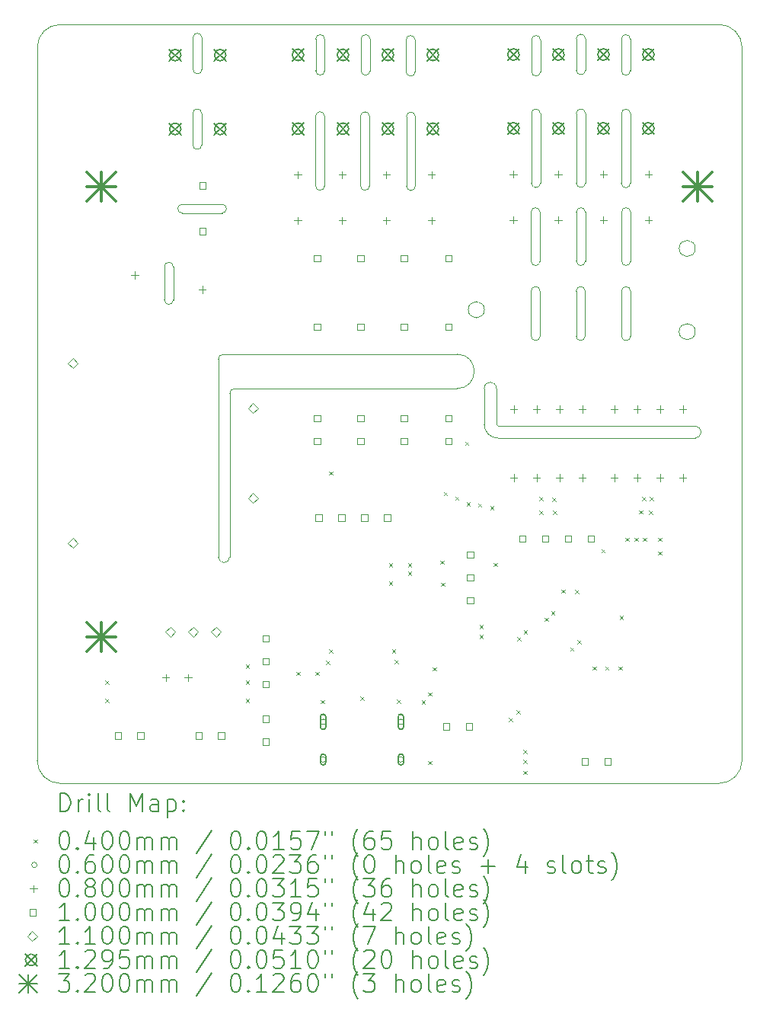
<source format=gbr>
%TF.GenerationSoftware,KiCad,Pcbnew,(6.0.7)*%
%TF.CreationDate,2022-10-04T23:11:30+02:00*%
%TF.ProjectId,hamodule,68616d6f-6475-46c6-952e-6b696361645f,20221004.21*%
%TF.SameCoordinates,Original*%
%TF.FileFunction,Drillmap*%
%TF.FilePolarity,Positive*%
%FSLAX45Y45*%
G04 Gerber Fmt 4.5, Leading zero omitted, Abs format (unit mm)*
G04 Created by KiCad (PCBNEW (6.0.7)) date 2022-10-04 23:11:30*
%MOMM*%
%LPD*%
G01*
G04 APERTURE LIST*
%ADD10C,0.050000*%
%ADD11C,0.100000*%
%ADD12C,0.200000*%
%ADD13C,0.040000*%
%ADD14C,0.060000*%
%ADD15C,0.080000*%
%ADD16C,0.110000*%
%ADD17C,0.129540*%
%ADD18C,0.320000*%
G04 APERTURE END LIST*
D10*
X10668050Y-11550650D02*
G75*
G03*
X10922050Y-11296650I0J254000D01*
G01*
X10922050Y-11296650D02*
X10922050Y-3371850D01*
X6753950Y-11550850D02*
X3340150Y-11550850D01*
X10402450Y-5607050D02*
G75*
G03*
X10402450Y-5607050I-90000J0D01*
G01*
D11*
X7753950Y-7162800D02*
X5281980Y-7162800D01*
D10*
X10668050Y-3117850D02*
X3340150Y-3117850D01*
D11*
X5154980Y-6781800D02*
X7753950Y-6781800D01*
D10*
X3086150Y-11296650D02*
X3086150Y-3371850D01*
X7753950Y-7162800D02*
G75*
G03*
X7753950Y-6781800I0J190500D01*
G01*
X3086150Y-11296650D02*
G75*
G03*
X3340150Y-11550850I254200J0D01*
G01*
X10668050Y-11550650D02*
X6753950Y-11550850D01*
X10922050Y-3371850D02*
G75*
G03*
X10668050Y-3117850I-254000J0D01*
G01*
X9179905Y-5746455D02*
X9179905Y-5203485D01*
X9580340Y-3280410D02*
X9580340Y-3631250D01*
X8058030Y-6287770D02*
G75*
G03*
X8058030Y-6287770I-90000J0D01*
G01*
X6680475Y-4137930D02*
X6680475Y-4910675D01*
X6181820Y-3280410D02*
X6181820Y-3631250D01*
X8055888Y-7560500D02*
G75*
G03*
X8210300Y-7714912I154412J0D01*
G01*
X8582120Y-3641410D02*
G75*
G03*
X8681770Y-3641410I49825J0D01*
G01*
X8577335Y-5203485D02*
X8577335Y-5746455D01*
X8681770Y-3290570D02*
G75*
G03*
X8582120Y-3290570I-49825J0D01*
G01*
X4815300Y-4105910D02*
X4815300Y-4456750D01*
X8676985Y-5746455D02*
X8676985Y-5203485D01*
X8577335Y-6580500D02*
G75*
G03*
X8676985Y-6580500I49825J0D01*
G01*
X6687280Y-3631250D02*
G75*
G03*
X6786930Y-3631250I49825J0D01*
G01*
X9580635Y-4881490D02*
G75*
G03*
X9680285Y-4881490I49825J0D01*
G01*
X6780125Y-4137930D02*
G75*
G03*
X6680475Y-4137930I-49825J0D01*
G01*
X5154980Y-6781800D02*
G75*
G03*
X5099100Y-6837680I0J-55880D01*
G01*
X10402450Y-6531610D02*
G75*
G03*
X10402450Y-6531610I-90000J0D01*
G01*
X9682825Y-5746455D02*
X9682825Y-5203485D01*
X9080255Y-5746455D02*
G75*
G03*
X9179905Y-5746455I49825J0D01*
G01*
X6786930Y-3280410D02*
G75*
G03*
X6687280Y-3280410I-49825J0D01*
G01*
X9580340Y-3631250D02*
G75*
G03*
X9679990Y-3631250I49825J0D01*
G01*
X5141538Y-5113938D02*
X4698363Y-5113938D01*
X8676985Y-5203485D02*
G75*
G03*
X8577335Y-5203485I-49825J0D01*
G01*
X9580635Y-4108745D02*
X9580635Y-4881490D01*
X9680285Y-4881490D02*
X9680285Y-4108745D01*
X7187660Y-3290570D02*
X7187660Y-3641410D01*
D11*
X8210300Y-7580292D02*
X10400187Y-7580292D01*
D10*
X8190508Y-7160500D02*
G75*
G03*
X8055888Y-7160500I-67310J-3D01*
G01*
X9077715Y-6080500D02*
X9077715Y-6580500D01*
X5281980Y-7162800D02*
G75*
G03*
X5226100Y-7218680I-10J-55870D01*
G01*
X9682825Y-5203485D02*
G75*
G03*
X9583175Y-5203485I-49825J0D01*
G01*
X5099100Y-6837680D02*
X5099100Y-9034780D01*
X7290125Y-4140500D02*
G75*
G03*
X7190475Y-4140500I-49825J0D01*
G01*
X8580950Y-4107570D02*
X8580950Y-4880315D01*
X6180475Y-4910675D02*
G75*
G03*
X6280125Y-4910675I49825J0D01*
G01*
X7190475Y-4140500D02*
X7190475Y-4913245D01*
X4817950Y-3615690D02*
G75*
G03*
X4917600Y-3615690I49825J0D01*
G01*
X6181820Y-3631250D02*
G75*
G03*
X6281470Y-3631250I49825J0D01*
G01*
X9179610Y-3626170D02*
X9179610Y-3275330D01*
X9682825Y-6580500D02*
X9682825Y-6080500D01*
X8577335Y-6080500D02*
X8577335Y-6580500D01*
X9680285Y-4108745D02*
G75*
G03*
X9580635Y-4108745I-49825J0D01*
G01*
X8582120Y-3290570D02*
X8582120Y-3641410D01*
X9583175Y-6080500D02*
X9583175Y-6580500D01*
X4499660Y-6178375D02*
G75*
G03*
X4599310Y-6178375I49825J0D01*
G01*
D11*
X10400187Y-7714912D02*
X8210300Y-7714912D01*
D10*
X9179905Y-4878950D02*
X9179905Y-4106205D01*
X8580950Y-4880315D02*
G75*
G03*
X8680600Y-4880315I49825J0D01*
G01*
X4917600Y-3264850D02*
G75*
G03*
X4817950Y-3264850I-49825J0D01*
G01*
X6680475Y-4910675D02*
G75*
G03*
X6780125Y-4910675I49825J0D01*
G01*
X4917600Y-3615690D02*
X4917600Y-3264850D01*
X5141538Y-5213583D02*
G75*
G03*
X5141538Y-5113938I3J49823D01*
G01*
X4914950Y-4456750D02*
X4914950Y-4105910D01*
X8680600Y-4880315D02*
X8680600Y-4107570D01*
X4914950Y-4105910D02*
G75*
G03*
X4815300Y-4105910I-49825J0D01*
G01*
X4815300Y-4456750D02*
G75*
G03*
X4914950Y-4456750I49825J0D01*
G01*
X7287310Y-3641410D02*
X7287310Y-3290570D01*
X6687280Y-3280410D02*
X6687280Y-3631250D01*
X9080255Y-5203485D02*
X9080255Y-5746455D01*
X7287310Y-3290570D02*
G75*
G03*
X7187660Y-3290570I-49825J0D01*
G01*
X8577335Y-5746455D02*
G75*
G03*
X8676985Y-5746455I49825J0D01*
G01*
X3340150Y-3117850D02*
G75*
G03*
X3086150Y-3371850I0J-254000D01*
G01*
X4698363Y-5113933D02*
G75*
G03*
X4698363Y-5213588I-3J-49828D01*
G01*
X4499660Y-5810425D02*
X4499660Y-6178375D01*
X9080255Y-4106205D02*
X9080255Y-4878950D01*
X6786930Y-3631250D02*
X6786930Y-3280410D01*
X6280125Y-4137930D02*
G75*
G03*
X6180475Y-4137930I-49825J0D01*
G01*
X9179905Y-5203485D02*
G75*
G03*
X9080255Y-5203485I-49825J0D01*
G01*
X9079960Y-3626170D02*
G75*
G03*
X9179610Y-3626170I49825J0D01*
G01*
X9179610Y-3275330D02*
G75*
G03*
X9079960Y-3275330I-49825J0D01*
G01*
X5099100Y-9034780D02*
G75*
G03*
X5226100Y-9034780I63500J1561D01*
G01*
X9682825Y-6080500D02*
G75*
G03*
X9583175Y-6080500I-49825J0D01*
G01*
X9583175Y-5746455D02*
G75*
G03*
X9682825Y-5746455I49825J0D01*
G01*
X9080255Y-4878950D02*
G75*
G03*
X9179905Y-4878950I49825J0D01*
G01*
X8190508Y-7560500D02*
G75*
G03*
X8210300Y-7580292I19792J0D01*
G01*
X9077715Y-6580500D02*
G75*
G03*
X9177365Y-6580500I49825J0D01*
G01*
X9679990Y-3631250D02*
X9679990Y-3280410D01*
X9179905Y-4106205D02*
G75*
G03*
X9080255Y-4106205I-49825J0D01*
G01*
X6281470Y-3280410D02*
G75*
G03*
X6181820Y-3280410I-49825J0D01*
G01*
X6281470Y-3631250D02*
X6281470Y-3280410D01*
X4817950Y-3264850D02*
X4817950Y-3615690D01*
X7190475Y-4913245D02*
G75*
G03*
X7290125Y-4913245I49825J0D01*
G01*
X9583175Y-5203485D02*
X9583175Y-5746455D01*
X8676985Y-6580500D02*
X8676985Y-6080500D01*
X8055888Y-7560500D02*
X8055888Y-7160500D01*
X4599310Y-5810425D02*
G75*
G03*
X4499660Y-5810425I-49825J0D01*
G01*
X6280125Y-4910675D02*
X6280125Y-4137930D01*
X10400187Y-7714908D02*
G75*
G03*
X10400187Y-7580292I3J67308D01*
G01*
X8190508Y-7160500D02*
X8190508Y-7560500D01*
X8676985Y-6080500D02*
G75*
G03*
X8577335Y-6080500I-49825J0D01*
G01*
X9177365Y-6080500D02*
G75*
G03*
X9077715Y-6080500I-49825J0D01*
G01*
X9679990Y-3280410D02*
G75*
G03*
X9580340Y-3280410I-49825J0D01*
G01*
X7187660Y-3641410D02*
G75*
G03*
X7287310Y-3641410I49825J0D01*
G01*
X4599310Y-6178375D02*
X4599310Y-5810425D01*
X9079960Y-3275330D02*
X9079960Y-3626170D01*
X9177365Y-6580500D02*
X9177365Y-6080500D01*
X8681770Y-3641410D02*
X8681770Y-3290570D01*
X6780125Y-4910675D02*
X6780125Y-4137930D01*
X5226100Y-9034780D02*
X5226100Y-7218680D01*
X4698363Y-5213588D02*
X5141538Y-5213588D01*
X6180475Y-4137930D02*
X6180475Y-4910675D01*
X8680600Y-4107570D02*
G75*
G03*
X8580950Y-4107570I-49825J0D01*
G01*
X7290125Y-4913245D02*
X7290125Y-4140500D01*
X9583175Y-6580500D02*
G75*
G03*
X9682825Y-6580500I49825J0D01*
G01*
D12*
D13*
X3840800Y-10406700D02*
X3880800Y-10446700D01*
X3880800Y-10406700D02*
X3840800Y-10446700D01*
X3840800Y-10609900D02*
X3880800Y-10649900D01*
X3880800Y-10609900D02*
X3840800Y-10649900D01*
X5402900Y-10228900D02*
X5442900Y-10268900D01*
X5442900Y-10228900D02*
X5402900Y-10268900D01*
X5402900Y-10406700D02*
X5442900Y-10446700D01*
X5442900Y-10406700D02*
X5402900Y-10446700D01*
X5402900Y-10609900D02*
X5442900Y-10649900D01*
X5442900Y-10609900D02*
X5402900Y-10649900D01*
X5970000Y-10310000D02*
X6010000Y-10350000D01*
X6010000Y-10310000D02*
X5970000Y-10350000D01*
X6180000Y-10310000D02*
X6220000Y-10350000D01*
X6220000Y-10310000D02*
X6180000Y-10350000D01*
X6240000Y-10624000D02*
X6280000Y-10664000D01*
X6280000Y-10624000D02*
X6240000Y-10664000D01*
X6300000Y-10190000D02*
X6340000Y-10230000D01*
X6340000Y-10190000D02*
X6300000Y-10230000D01*
X6328780Y-8082600D02*
X6368780Y-8122600D01*
X6368780Y-8082600D02*
X6328780Y-8122600D01*
X6330000Y-10060000D02*
X6370000Y-10100000D01*
X6370000Y-10060000D02*
X6330000Y-10100000D01*
X6679600Y-10583640D02*
X6719600Y-10623640D01*
X6719600Y-10583640D02*
X6679600Y-10623640D01*
X6995000Y-9105000D02*
X7035000Y-9145000D01*
X7035000Y-9105000D02*
X6995000Y-9145000D01*
X6995000Y-9305000D02*
X7035000Y-9345000D01*
X7035000Y-9305000D02*
X6995000Y-9345000D01*
X7030000Y-10060000D02*
X7070000Y-10100000D01*
X7070000Y-10060000D02*
X7030000Y-10100000D01*
X7060000Y-10180000D02*
X7100000Y-10220000D01*
X7100000Y-10180000D02*
X7060000Y-10220000D01*
X7087000Y-10617000D02*
X7127000Y-10657000D01*
X7127000Y-10617000D02*
X7087000Y-10657000D01*
X7206950Y-9103050D02*
X7246950Y-9143050D01*
X7246950Y-9103050D02*
X7206950Y-9143050D01*
X7206950Y-9197050D02*
X7246950Y-9237050D01*
X7246950Y-9197050D02*
X7206950Y-9237050D01*
X7360000Y-10630000D02*
X7400000Y-10670000D01*
X7400000Y-10630000D02*
X7360000Y-10670000D01*
X7430000Y-10540000D02*
X7470000Y-10580000D01*
X7470000Y-10540000D02*
X7430000Y-10580000D01*
X7430000Y-11300000D02*
X7470000Y-11340000D01*
X7470000Y-11300000D02*
X7430000Y-11340000D01*
X7480000Y-10260000D02*
X7520000Y-10300000D01*
X7520000Y-10260000D02*
X7480000Y-10300000D01*
X7568300Y-9073200D02*
X7608300Y-9113200D01*
X7608300Y-9073200D02*
X7568300Y-9113200D01*
X7576950Y-9319580D02*
X7616950Y-9359580D01*
X7616950Y-9319580D02*
X7576950Y-9359580D01*
X7606400Y-8311200D02*
X7646400Y-8351200D01*
X7646400Y-8311200D02*
X7606400Y-8351200D01*
X7733400Y-8362000D02*
X7773400Y-8402000D01*
X7773400Y-8362000D02*
X7733400Y-8402000D01*
X7841300Y-7752400D02*
X7881300Y-7792400D01*
X7881300Y-7752400D02*
X7841300Y-7792400D01*
X7860400Y-8425500D02*
X7900400Y-8465500D01*
X7900400Y-8425500D02*
X7860400Y-8465500D01*
X7987400Y-8438200D02*
X8027400Y-8478200D01*
X8027400Y-8438200D02*
X7987400Y-8478200D01*
X8002396Y-9792250D02*
X8042396Y-9832250D01*
X8042396Y-9792250D02*
X8002396Y-9832250D01*
X8002396Y-9897250D02*
X8042396Y-9937250D01*
X8042396Y-9897250D02*
X8002396Y-9937250D01*
X8122351Y-8468349D02*
X8162351Y-8508349D01*
X8162351Y-8468349D02*
X8122351Y-8508349D01*
X8160000Y-9100000D02*
X8200000Y-9140000D01*
X8200000Y-9100000D02*
X8160000Y-9140000D01*
X8330000Y-10820000D02*
X8370000Y-10860000D01*
X8370000Y-10820000D02*
X8330000Y-10860000D01*
X8415707Y-10740050D02*
X8455707Y-10780050D01*
X8455707Y-10740050D02*
X8415707Y-10780050D01*
X8420877Y-9922123D02*
X8460877Y-9962123D01*
X8460877Y-9922123D02*
X8420877Y-9962123D01*
X8490000Y-11180000D02*
X8530000Y-11220000D01*
X8530000Y-11180000D02*
X8490000Y-11220000D01*
X8490000Y-11290000D02*
X8530000Y-11330000D01*
X8530000Y-11290000D02*
X8490000Y-11330000D01*
X8490000Y-11410000D02*
X8530000Y-11450000D01*
X8530000Y-11410000D02*
X8490000Y-11450000D01*
X8495123Y-9847877D02*
X8535123Y-9887877D01*
X8535123Y-9847877D02*
X8495123Y-9887877D01*
X8670660Y-8369620D02*
X8710660Y-8409620D01*
X8710660Y-8369620D02*
X8670660Y-8409620D01*
X8670660Y-8522020D02*
X8710660Y-8562020D01*
X8710660Y-8522020D02*
X8670660Y-8562020D01*
X8730000Y-9710000D02*
X8770000Y-9750000D01*
X8770000Y-9710000D02*
X8730000Y-9750000D01*
X8800000Y-9640000D02*
X8840000Y-9680000D01*
X8840000Y-9640000D02*
X8800000Y-9680000D01*
X8812900Y-8374700D02*
X8852900Y-8414700D01*
X8852900Y-8374700D02*
X8812900Y-8414700D01*
X8823060Y-8522020D02*
X8863060Y-8562020D01*
X8863060Y-8522020D02*
X8823060Y-8562020D01*
X8916000Y-9397000D02*
X8956000Y-9437000D01*
X8956000Y-9397000D02*
X8916000Y-9437000D01*
X9010000Y-10040000D02*
X9050000Y-10080000D01*
X9050000Y-10040000D02*
X9010000Y-10080000D01*
X9065000Y-9400000D02*
X9105000Y-9440000D01*
X9105000Y-9400000D02*
X9065000Y-9440000D01*
X9090000Y-9960000D02*
X9130000Y-10000000D01*
X9130000Y-9960000D02*
X9090000Y-10000000D01*
X9260000Y-10250000D02*
X9300000Y-10290000D01*
X9300000Y-10250000D02*
X9260000Y-10290000D01*
X9359000Y-8946200D02*
X9399000Y-8986200D01*
X9399000Y-8946200D02*
X9359000Y-8986200D01*
X9400000Y-10250000D02*
X9440000Y-10290000D01*
X9440000Y-10250000D02*
X9400000Y-10290000D01*
X9550000Y-10250000D02*
X9590000Y-10290000D01*
X9590000Y-10250000D02*
X9550000Y-10290000D01*
X9560000Y-9690000D02*
X9600000Y-9730000D01*
X9600000Y-9690000D02*
X9560000Y-9730000D01*
X9625700Y-8819200D02*
X9665700Y-8859200D01*
X9665700Y-8819200D02*
X9625700Y-8859200D01*
X9723490Y-8819200D02*
X9763490Y-8859200D01*
X9763490Y-8819200D02*
X9723490Y-8859200D01*
X9778100Y-8514400D02*
X9818100Y-8554400D01*
X9818100Y-8514400D02*
X9778100Y-8554400D01*
X9808580Y-8364540D02*
X9848580Y-8404540D01*
X9848580Y-8364540D02*
X9808580Y-8404540D01*
X9817470Y-8819200D02*
X9857470Y-8859200D01*
X9857470Y-8819200D02*
X9817470Y-8859200D01*
X9890000Y-8520000D02*
X9930000Y-8560000D01*
X9930000Y-8520000D02*
X9890000Y-8560000D01*
X9894940Y-8364540D02*
X9934940Y-8404540D01*
X9934940Y-8364540D02*
X9894940Y-8404540D01*
X9986380Y-8819200D02*
X10026380Y-8859200D01*
X10026380Y-8819200D02*
X9986380Y-8859200D01*
X9988700Y-8971600D02*
X10028700Y-9011600D01*
X10028700Y-8971600D02*
X9988700Y-9011600D01*
D14*
X6295600Y-10867590D02*
G75*
G03*
X6295600Y-10867590I-30000J0D01*
G01*
D12*
X6235600Y-10812590D02*
X6235600Y-10922590D01*
X6295600Y-10812590D02*
X6295600Y-10922590D01*
X6235600Y-10922590D02*
G75*
G03*
X6295600Y-10922590I30000J0D01*
G01*
X6295600Y-10812590D02*
G75*
G03*
X6235600Y-10812590I-30000J0D01*
G01*
D14*
X6295600Y-11285590D02*
G75*
G03*
X6295600Y-11285590I-30000J0D01*
G01*
D12*
X6235600Y-11255590D02*
X6235600Y-11315590D01*
X6295600Y-11255590D02*
X6295600Y-11315590D01*
X6235600Y-11315590D02*
G75*
G03*
X6295600Y-11315590I30000J0D01*
G01*
X6295600Y-11255590D02*
G75*
G03*
X6235600Y-11255590I-30000J0D01*
G01*
D14*
X7159600Y-10867590D02*
G75*
G03*
X7159600Y-10867590I-30000J0D01*
G01*
D12*
X7099600Y-10812590D02*
X7099600Y-10922590D01*
X7159600Y-10812590D02*
X7159600Y-10922590D01*
X7099600Y-10922590D02*
G75*
G03*
X7159600Y-10922590I30000J0D01*
G01*
X7159600Y-10812590D02*
G75*
G03*
X7099600Y-10812590I-30000J0D01*
G01*
D14*
X7159600Y-11285590D02*
G75*
G03*
X7159600Y-11285590I-30000J0D01*
G01*
D12*
X7099600Y-11255590D02*
X7099600Y-11315590D01*
X7159600Y-11255590D02*
X7159600Y-11315590D01*
X7099600Y-11315590D02*
G75*
G03*
X7159600Y-11315590I30000J0D01*
G01*
X7159600Y-11255590D02*
G75*
G03*
X7099600Y-11255590I-30000J0D01*
G01*
D15*
X4170380Y-5861145D02*
X4170380Y-5941145D01*
X4130380Y-5901145D02*
X4210380Y-5901145D01*
X4514900Y-10335900D02*
X4514900Y-10415900D01*
X4474900Y-10375900D02*
X4554900Y-10375900D01*
X4764900Y-10335900D02*
X4764900Y-10415900D01*
X4724900Y-10375900D02*
X4804900Y-10375900D01*
X4920380Y-6024478D02*
X4920380Y-6104478D01*
X4880380Y-6064478D02*
X4960380Y-6064478D01*
X5981700Y-4747900D02*
X5981700Y-4827900D01*
X5941700Y-4787900D02*
X6021700Y-4787900D01*
X5981700Y-5255900D02*
X5981700Y-5335900D01*
X5941700Y-5295900D02*
X6021700Y-5295900D01*
X6477000Y-4747900D02*
X6477000Y-4827900D01*
X6437000Y-4787900D02*
X6517000Y-4787900D01*
X6477000Y-5255900D02*
X6477000Y-5335900D01*
X6437000Y-5295900D02*
X6517000Y-5295900D01*
X6969000Y-4747900D02*
X6969000Y-4827900D01*
X6929000Y-4787900D02*
X7009000Y-4787900D01*
X6969000Y-5255900D02*
X6969000Y-5335900D01*
X6929000Y-5295900D02*
X7009000Y-5295900D01*
X7469000Y-4747900D02*
X7469000Y-4827900D01*
X7429000Y-4787900D02*
X7509000Y-4787900D01*
X7469000Y-5255900D02*
X7469000Y-5335900D01*
X7429000Y-5295900D02*
X7509000Y-5295900D01*
X8379510Y-4741550D02*
X8379510Y-4821550D01*
X8339510Y-4781550D02*
X8419510Y-4781550D01*
X8379510Y-5249550D02*
X8379510Y-5329550D01*
X8339510Y-5289550D02*
X8419510Y-5289550D01*
X8383427Y-7352332D02*
X8383427Y-7432332D01*
X8343427Y-7392332D02*
X8423427Y-7392332D01*
X8383427Y-8114332D02*
X8383427Y-8194332D01*
X8343427Y-8154332D02*
X8423427Y-8154332D01*
X8637427Y-7352332D02*
X8637427Y-7432332D01*
X8597427Y-7392332D02*
X8677427Y-7392332D01*
X8637427Y-8114332D02*
X8637427Y-8194332D01*
X8597427Y-8154332D02*
X8677427Y-8154332D01*
X8877350Y-4741550D02*
X8877350Y-4821550D01*
X8837350Y-4781550D02*
X8917350Y-4781550D01*
X8877350Y-5249550D02*
X8877350Y-5329550D01*
X8837350Y-5289550D02*
X8917350Y-5289550D01*
X8891427Y-7352332D02*
X8891427Y-7432332D01*
X8851427Y-7392332D02*
X8931427Y-7392332D01*
X8891427Y-8114332D02*
X8891427Y-8194332D01*
X8851427Y-8154332D02*
X8931427Y-8154332D01*
X9145427Y-7352332D02*
X9145427Y-7432332D01*
X9105427Y-7392332D02*
X9185427Y-7392332D01*
X9145427Y-8114332D02*
X9145427Y-8194332D01*
X9105427Y-8154332D02*
X9185427Y-8154332D01*
X9380270Y-4741550D02*
X9380270Y-4821550D01*
X9340270Y-4781550D02*
X9420270Y-4781550D01*
X9380270Y-5249550D02*
X9380270Y-5329550D01*
X9340270Y-5289550D02*
X9420270Y-5289550D01*
X9501027Y-7352332D02*
X9501027Y-7432332D01*
X9461027Y-7392332D02*
X9541027Y-7392332D01*
X9501027Y-8114332D02*
X9501027Y-8194332D01*
X9461027Y-8154332D02*
X9541027Y-8154332D01*
X9755027Y-7352332D02*
X9755027Y-7432332D01*
X9715027Y-7392332D02*
X9795027Y-7392332D01*
X9755027Y-8114332D02*
X9755027Y-8194332D01*
X9715027Y-8154332D02*
X9795027Y-8154332D01*
X9883190Y-4741550D02*
X9883190Y-4821550D01*
X9843190Y-4781550D02*
X9923190Y-4781550D01*
X9883190Y-5249550D02*
X9883190Y-5329550D01*
X9843190Y-5289550D02*
X9923190Y-5289550D01*
X10009027Y-7352332D02*
X10009027Y-7432332D01*
X9969027Y-7392332D02*
X10049027Y-7392332D01*
X10009027Y-8114332D02*
X10009027Y-8194332D01*
X9969027Y-8154332D02*
X10049027Y-8154332D01*
X10263027Y-7352332D02*
X10263027Y-7432332D01*
X10223027Y-7392332D02*
X10303027Y-7392332D01*
X10263027Y-8114332D02*
X10263027Y-8194332D01*
X10223027Y-8154332D02*
X10303027Y-8154332D01*
D11*
X4018856Y-11057256D02*
X4018856Y-10986544D01*
X3948144Y-10986544D01*
X3948144Y-11057256D01*
X4018856Y-11057256D01*
X4268856Y-11057256D02*
X4268856Y-10986544D01*
X4198144Y-10986544D01*
X4198144Y-11057256D01*
X4268856Y-11057256D01*
X4918556Y-11057256D02*
X4918556Y-10986544D01*
X4847844Y-10986544D01*
X4847844Y-11057256D01*
X4918556Y-11057256D01*
X4959306Y-5452206D02*
X4959306Y-5381494D01*
X4888594Y-5381494D01*
X4888594Y-5452206D01*
X4959306Y-5452206D01*
X4960306Y-4944206D02*
X4960306Y-4873494D01*
X4889594Y-4873494D01*
X4889594Y-4944206D01*
X4960306Y-4944206D01*
X5168556Y-11057256D02*
X5168556Y-10986544D01*
X5097844Y-10986544D01*
X5097844Y-11057256D01*
X5168556Y-11057256D01*
X5661506Y-9974376D02*
X5661506Y-9903664D01*
X5590794Y-9903664D01*
X5590794Y-9974376D01*
X5661506Y-9974376D01*
X5661506Y-10228376D02*
X5661506Y-10157664D01*
X5590794Y-10157664D01*
X5590794Y-10228376D01*
X5661506Y-10228376D01*
X5661506Y-10482376D02*
X5661506Y-10411664D01*
X5590794Y-10411664D01*
X5590794Y-10482376D01*
X5661506Y-10482376D01*
X5661506Y-10869726D02*
X5661506Y-10799014D01*
X5590794Y-10799014D01*
X5590794Y-10869726D01*
X5661506Y-10869726D01*
X5661506Y-11123726D02*
X5661506Y-11053014D01*
X5590794Y-11053014D01*
X5590794Y-11123726D01*
X5661506Y-11123726D01*
X6232956Y-5750356D02*
X6232956Y-5679644D01*
X6162244Y-5679644D01*
X6162244Y-5750356D01*
X6232956Y-5750356D01*
X6232956Y-6512356D02*
X6232956Y-6441644D01*
X6162244Y-6441644D01*
X6162244Y-6512356D01*
X6232956Y-6512356D01*
X6232956Y-7528356D02*
X6232956Y-7457644D01*
X6162244Y-7457644D01*
X6162244Y-7528356D01*
X6232956Y-7528356D01*
X6232956Y-7782356D02*
X6232956Y-7711644D01*
X6162244Y-7711644D01*
X6162244Y-7782356D01*
X6232956Y-7782356D01*
X6252056Y-8633256D02*
X6252056Y-8562544D01*
X6181344Y-8562544D01*
X6181344Y-8633256D01*
X6252056Y-8633256D01*
X6506056Y-8633256D02*
X6506056Y-8562544D01*
X6435344Y-8562544D01*
X6435344Y-8633256D01*
X6506056Y-8633256D01*
X6715556Y-5750356D02*
X6715556Y-5679644D01*
X6644844Y-5679644D01*
X6644844Y-5750356D01*
X6715556Y-5750356D01*
X6715556Y-6512356D02*
X6715556Y-6441644D01*
X6644844Y-6441644D01*
X6644844Y-6512356D01*
X6715556Y-6512356D01*
X6715556Y-7528356D02*
X6715556Y-7457644D01*
X6644844Y-7457644D01*
X6644844Y-7528356D01*
X6715556Y-7528356D01*
X6715556Y-7782356D02*
X6715556Y-7711644D01*
X6644844Y-7711644D01*
X6644844Y-7782356D01*
X6715556Y-7782356D01*
X6760056Y-8633256D02*
X6760056Y-8562544D01*
X6689344Y-8562544D01*
X6689344Y-8633256D01*
X6760056Y-8633256D01*
X7014056Y-8633256D02*
X7014056Y-8562544D01*
X6943344Y-8562544D01*
X6943344Y-8633256D01*
X7014056Y-8633256D01*
X7198156Y-5750356D02*
X7198156Y-5679644D01*
X7127444Y-5679644D01*
X7127444Y-5750356D01*
X7198156Y-5750356D01*
X7198156Y-6512356D02*
X7198156Y-6441644D01*
X7127444Y-6441644D01*
X7127444Y-6512356D01*
X7198156Y-6512356D01*
X7198156Y-7528356D02*
X7198156Y-7457644D01*
X7127444Y-7457644D01*
X7127444Y-7528356D01*
X7198156Y-7528356D01*
X7198156Y-7782356D02*
X7198156Y-7711644D01*
X7127444Y-7711644D01*
X7127444Y-7782356D01*
X7198156Y-7782356D01*
X7667856Y-10955356D02*
X7667856Y-10884644D01*
X7597144Y-10884644D01*
X7597144Y-10955356D01*
X7667856Y-10955356D01*
X7693456Y-5750356D02*
X7693456Y-5679644D01*
X7622744Y-5679644D01*
X7622744Y-5750356D01*
X7693456Y-5750356D01*
X7693456Y-6512356D02*
X7693456Y-6441644D01*
X7622744Y-6441644D01*
X7622744Y-6512356D01*
X7693456Y-6512356D01*
X7693456Y-7528356D02*
X7693456Y-7457644D01*
X7622744Y-7457644D01*
X7622744Y-7528356D01*
X7693456Y-7528356D01*
X7693456Y-7782356D02*
X7693456Y-7711644D01*
X7622744Y-7711644D01*
X7622744Y-7782356D01*
X7693456Y-7782356D01*
X7921856Y-10955356D02*
X7921856Y-10884644D01*
X7851144Y-10884644D01*
X7851144Y-10955356D01*
X7921856Y-10955356D01*
X7935356Y-9047356D02*
X7935356Y-8976644D01*
X7864644Y-8976644D01*
X7864644Y-9047356D01*
X7935356Y-9047356D01*
X7935356Y-9301356D02*
X7935356Y-9230644D01*
X7864644Y-9230644D01*
X7864644Y-9301356D01*
X7935356Y-9301356D01*
X7935356Y-9555356D02*
X7935356Y-9484644D01*
X7864644Y-9484644D01*
X7864644Y-9555356D01*
X7935356Y-9555356D01*
X8513656Y-8869516D02*
X8513656Y-8798804D01*
X8442944Y-8798804D01*
X8442944Y-8869516D01*
X8513656Y-8869516D01*
X8767656Y-8869516D02*
X8767656Y-8798804D01*
X8696944Y-8798804D01*
X8696944Y-8869516D01*
X8767656Y-8869516D01*
X9021656Y-8869516D02*
X9021656Y-8798804D01*
X8950944Y-8798804D01*
X8950944Y-8869516D01*
X9021656Y-8869516D01*
X9207356Y-11343356D02*
X9207356Y-11272644D01*
X9136644Y-11272644D01*
X9136644Y-11343356D01*
X9207356Y-11343356D01*
X9275656Y-8869516D02*
X9275656Y-8798804D01*
X9204944Y-8798804D01*
X9204944Y-8869516D01*
X9275656Y-8869516D01*
X9461356Y-11343356D02*
X9461356Y-11272644D01*
X9390644Y-11272644D01*
X9390644Y-11343356D01*
X9461356Y-11343356D01*
D16*
X3483910Y-6935500D02*
X3538910Y-6880500D01*
X3483910Y-6825500D01*
X3428910Y-6880500D01*
X3483910Y-6935500D01*
X3483910Y-8935500D02*
X3538910Y-8880500D01*
X3483910Y-8825500D01*
X3428910Y-8880500D01*
X3483910Y-8935500D01*
X4565700Y-9922900D02*
X4620700Y-9867900D01*
X4565700Y-9812900D01*
X4510700Y-9867900D01*
X4565700Y-9922900D01*
X4819700Y-9922900D02*
X4874700Y-9867900D01*
X4819700Y-9812900D01*
X4764700Y-9867900D01*
X4819700Y-9922900D01*
X5073700Y-9922900D02*
X5128700Y-9867900D01*
X5073700Y-9812900D01*
X5018700Y-9867900D01*
X5073700Y-9922900D01*
X5483910Y-7435500D02*
X5538910Y-7380500D01*
X5483910Y-7325500D01*
X5428910Y-7380500D01*
X5483910Y-7435500D01*
X5483910Y-8435500D02*
X5538910Y-8380500D01*
X5483910Y-8325500D01*
X5428910Y-8380500D01*
X5483910Y-8435500D01*
D17*
X4555540Y-3393440D02*
X4685080Y-3522980D01*
X4685080Y-3393440D02*
X4555540Y-3522980D01*
X4685080Y-3458210D02*
G75*
G03*
X4685080Y-3458210I-64770J0D01*
G01*
X4555540Y-4213440D02*
X4685080Y-4342980D01*
X4685080Y-4213440D02*
X4555540Y-4342980D01*
X4685080Y-4278210D02*
G75*
G03*
X4685080Y-4278210I-64770J0D01*
G01*
X5055540Y-3393440D02*
X5185080Y-3522980D01*
X5185080Y-3393440D02*
X5055540Y-3522980D01*
X5185080Y-3458210D02*
G75*
G03*
X5185080Y-3458210I-64770J0D01*
G01*
X5055540Y-4213440D02*
X5185080Y-4342980D01*
X5185080Y-4213440D02*
X5055540Y-4342980D01*
X5185080Y-4278210D02*
G75*
G03*
X5185080Y-4278210I-64770J0D01*
G01*
X5920180Y-3391080D02*
X6049720Y-3520620D01*
X6049720Y-3391080D02*
X5920180Y-3520620D01*
X6049720Y-3455850D02*
G75*
G03*
X6049720Y-3455850I-64770J0D01*
G01*
X5920180Y-4211080D02*
X6049720Y-4340620D01*
X6049720Y-4211080D02*
X5920180Y-4340620D01*
X6049720Y-4275850D02*
G75*
G03*
X6049720Y-4275850I-64770J0D01*
G01*
X6420180Y-3391080D02*
X6549720Y-3520620D01*
X6549720Y-3391080D02*
X6420180Y-3520620D01*
X6549720Y-3455850D02*
G75*
G03*
X6549720Y-3455850I-64770J0D01*
G01*
X6420180Y-4211080D02*
X6549720Y-4340620D01*
X6549720Y-4211080D02*
X6420180Y-4340620D01*
X6549720Y-4275850D02*
G75*
G03*
X6549720Y-4275850I-64770J0D01*
G01*
X6920180Y-3391080D02*
X7049720Y-3520620D01*
X7049720Y-3391080D02*
X6920180Y-3520620D01*
X7049720Y-3455850D02*
G75*
G03*
X7049720Y-3455850I-64770J0D01*
G01*
X6920180Y-4211080D02*
X7049720Y-4340620D01*
X7049720Y-4211080D02*
X6920180Y-4340620D01*
X7049720Y-4275850D02*
G75*
G03*
X7049720Y-4275850I-64770J0D01*
G01*
X7420180Y-3391080D02*
X7549720Y-3520620D01*
X7549720Y-3391080D02*
X7420180Y-3520620D01*
X7549720Y-3455850D02*
G75*
G03*
X7549720Y-3455850I-64770J0D01*
G01*
X7420180Y-4211080D02*
X7549720Y-4340620D01*
X7549720Y-4211080D02*
X7420180Y-4340620D01*
X7549720Y-4275850D02*
G75*
G03*
X7549720Y-4275850I-64770J0D01*
G01*
X8316180Y-3387080D02*
X8445720Y-3516620D01*
X8445720Y-3387080D02*
X8316180Y-3516620D01*
X8445720Y-3451850D02*
G75*
G03*
X8445720Y-3451850I-64770J0D01*
G01*
X8316180Y-4207080D02*
X8445720Y-4336620D01*
X8445720Y-4207080D02*
X8316180Y-4336620D01*
X8445720Y-4271850D02*
G75*
G03*
X8445720Y-4271850I-64770J0D01*
G01*
X8816180Y-3387080D02*
X8945720Y-3516620D01*
X8945720Y-3387080D02*
X8816180Y-3516620D01*
X8945720Y-3451850D02*
G75*
G03*
X8945720Y-3451850I-64770J0D01*
G01*
X8816180Y-4207080D02*
X8945720Y-4336620D01*
X8945720Y-4207080D02*
X8816180Y-4336620D01*
X8945720Y-4271850D02*
G75*
G03*
X8945720Y-4271850I-64770J0D01*
G01*
X9316180Y-3387080D02*
X9445720Y-3516620D01*
X9445720Y-3387080D02*
X9316180Y-3516620D01*
X9445720Y-3451850D02*
G75*
G03*
X9445720Y-3451850I-64770J0D01*
G01*
X9316180Y-4207080D02*
X9445720Y-4336620D01*
X9445720Y-4207080D02*
X9316180Y-4336620D01*
X9445720Y-4271850D02*
G75*
G03*
X9445720Y-4271850I-64770J0D01*
G01*
X9816180Y-3387080D02*
X9945720Y-3516620D01*
X9945720Y-3387080D02*
X9816180Y-3516620D01*
X9945720Y-3451850D02*
G75*
G03*
X9945720Y-3451850I-64770J0D01*
G01*
X9816180Y-4207080D02*
X9945720Y-4336620D01*
X9945720Y-4207080D02*
X9816180Y-4336620D01*
X9945720Y-4271850D02*
G75*
G03*
X9945720Y-4271850I-64770J0D01*
G01*
D18*
X3637350Y-4761250D02*
X3957350Y-5081250D01*
X3957350Y-4761250D02*
X3637350Y-5081250D01*
X3797350Y-4761250D02*
X3797350Y-5081250D01*
X3637350Y-4921250D02*
X3957350Y-4921250D01*
X3637350Y-9761250D02*
X3957350Y-10081250D01*
X3957350Y-9761250D02*
X3637350Y-10081250D01*
X3797350Y-9761250D02*
X3797350Y-10081250D01*
X3637350Y-9921250D02*
X3957350Y-9921250D01*
X10266750Y-4761250D02*
X10586750Y-5081250D01*
X10586750Y-4761250D02*
X10266750Y-5081250D01*
X10426750Y-4761250D02*
X10426750Y-5081250D01*
X10266750Y-4921250D02*
X10586750Y-4921250D01*
D12*
X3341269Y-11863826D02*
X3341269Y-11663826D01*
X3388888Y-11663826D01*
X3417459Y-11673350D01*
X3436507Y-11692398D01*
X3446031Y-11711445D01*
X3455555Y-11749540D01*
X3455555Y-11778112D01*
X3446031Y-11816207D01*
X3436507Y-11835255D01*
X3417459Y-11854302D01*
X3388888Y-11863826D01*
X3341269Y-11863826D01*
X3541269Y-11863826D02*
X3541269Y-11730493D01*
X3541269Y-11768588D02*
X3550793Y-11749540D01*
X3560317Y-11740017D01*
X3579364Y-11730493D01*
X3598412Y-11730493D01*
X3665078Y-11863826D02*
X3665078Y-11730493D01*
X3665078Y-11663826D02*
X3655555Y-11673350D01*
X3665078Y-11682874D01*
X3674602Y-11673350D01*
X3665078Y-11663826D01*
X3665078Y-11682874D01*
X3788888Y-11863826D02*
X3769840Y-11854302D01*
X3760317Y-11835255D01*
X3760317Y-11663826D01*
X3893650Y-11863826D02*
X3874602Y-11854302D01*
X3865078Y-11835255D01*
X3865078Y-11663826D01*
X4122221Y-11863826D02*
X4122221Y-11663826D01*
X4188888Y-11806683D01*
X4255555Y-11663826D01*
X4255555Y-11863826D01*
X4436507Y-11863826D02*
X4436507Y-11759064D01*
X4426983Y-11740017D01*
X4407936Y-11730493D01*
X4369840Y-11730493D01*
X4350793Y-11740017D01*
X4436507Y-11854302D02*
X4417460Y-11863826D01*
X4369840Y-11863826D01*
X4350793Y-11854302D01*
X4341269Y-11835255D01*
X4341269Y-11816207D01*
X4350793Y-11797159D01*
X4369840Y-11787636D01*
X4417460Y-11787636D01*
X4436507Y-11778112D01*
X4531745Y-11730493D02*
X4531745Y-11930493D01*
X4531745Y-11740017D02*
X4550793Y-11730493D01*
X4588888Y-11730493D01*
X4607936Y-11740017D01*
X4617460Y-11749540D01*
X4626983Y-11768588D01*
X4626983Y-11825731D01*
X4617460Y-11844778D01*
X4607936Y-11854302D01*
X4588888Y-11863826D01*
X4550793Y-11863826D01*
X4531745Y-11854302D01*
X4712698Y-11844778D02*
X4722221Y-11854302D01*
X4712698Y-11863826D01*
X4703174Y-11854302D01*
X4712698Y-11844778D01*
X4712698Y-11863826D01*
X4712698Y-11740017D02*
X4722221Y-11749540D01*
X4712698Y-11759064D01*
X4703174Y-11749540D01*
X4712698Y-11740017D01*
X4712698Y-11759064D01*
D13*
X3043650Y-12173350D02*
X3083650Y-12213350D01*
X3083650Y-12173350D02*
X3043650Y-12213350D01*
D12*
X3379364Y-12083826D02*
X3398412Y-12083826D01*
X3417459Y-12093350D01*
X3426983Y-12102874D01*
X3436507Y-12121921D01*
X3446031Y-12160017D01*
X3446031Y-12207636D01*
X3436507Y-12245731D01*
X3426983Y-12264778D01*
X3417459Y-12274302D01*
X3398412Y-12283826D01*
X3379364Y-12283826D01*
X3360317Y-12274302D01*
X3350793Y-12264778D01*
X3341269Y-12245731D01*
X3331745Y-12207636D01*
X3331745Y-12160017D01*
X3341269Y-12121921D01*
X3350793Y-12102874D01*
X3360317Y-12093350D01*
X3379364Y-12083826D01*
X3531745Y-12264778D02*
X3541269Y-12274302D01*
X3531745Y-12283826D01*
X3522221Y-12274302D01*
X3531745Y-12264778D01*
X3531745Y-12283826D01*
X3712698Y-12150493D02*
X3712698Y-12283826D01*
X3665078Y-12074302D02*
X3617459Y-12217159D01*
X3741269Y-12217159D01*
X3855555Y-12083826D02*
X3874602Y-12083826D01*
X3893650Y-12093350D01*
X3903174Y-12102874D01*
X3912698Y-12121921D01*
X3922221Y-12160017D01*
X3922221Y-12207636D01*
X3912698Y-12245731D01*
X3903174Y-12264778D01*
X3893650Y-12274302D01*
X3874602Y-12283826D01*
X3855555Y-12283826D01*
X3836507Y-12274302D01*
X3826983Y-12264778D01*
X3817459Y-12245731D01*
X3807936Y-12207636D01*
X3807936Y-12160017D01*
X3817459Y-12121921D01*
X3826983Y-12102874D01*
X3836507Y-12093350D01*
X3855555Y-12083826D01*
X4046031Y-12083826D02*
X4065078Y-12083826D01*
X4084126Y-12093350D01*
X4093650Y-12102874D01*
X4103174Y-12121921D01*
X4112698Y-12160017D01*
X4112698Y-12207636D01*
X4103174Y-12245731D01*
X4093650Y-12264778D01*
X4084126Y-12274302D01*
X4065078Y-12283826D01*
X4046031Y-12283826D01*
X4026983Y-12274302D01*
X4017459Y-12264778D01*
X4007936Y-12245731D01*
X3998412Y-12207636D01*
X3998412Y-12160017D01*
X4007936Y-12121921D01*
X4017459Y-12102874D01*
X4026983Y-12093350D01*
X4046031Y-12083826D01*
X4198412Y-12283826D02*
X4198412Y-12150493D01*
X4198412Y-12169540D02*
X4207936Y-12160017D01*
X4226983Y-12150493D01*
X4255555Y-12150493D01*
X4274602Y-12160017D01*
X4284126Y-12179064D01*
X4284126Y-12283826D01*
X4284126Y-12179064D02*
X4293650Y-12160017D01*
X4312698Y-12150493D01*
X4341269Y-12150493D01*
X4360317Y-12160017D01*
X4369840Y-12179064D01*
X4369840Y-12283826D01*
X4465079Y-12283826D02*
X4465079Y-12150493D01*
X4465079Y-12169540D02*
X4474602Y-12160017D01*
X4493650Y-12150493D01*
X4522221Y-12150493D01*
X4541269Y-12160017D01*
X4550793Y-12179064D01*
X4550793Y-12283826D01*
X4550793Y-12179064D02*
X4560317Y-12160017D01*
X4579364Y-12150493D01*
X4607936Y-12150493D01*
X4626983Y-12160017D01*
X4636507Y-12179064D01*
X4636507Y-12283826D01*
X5026983Y-12074302D02*
X4855555Y-12331445D01*
X5284126Y-12083826D02*
X5303174Y-12083826D01*
X5322221Y-12093350D01*
X5331745Y-12102874D01*
X5341269Y-12121921D01*
X5350793Y-12160017D01*
X5350793Y-12207636D01*
X5341269Y-12245731D01*
X5331745Y-12264778D01*
X5322221Y-12274302D01*
X5303174Y-12283826D01*
X5284126Y-12283826D01*
X5265079Y-12274302D01*
X5255555Y-12264778D01*
X5246031Y-12245731D01*
X5236507Y-12207636D01*
X5236507Y-12160017D01*
X5246031Y-12121921D01*
X5255555Y-12102874D01*
X5265079Y-12093350D01*
X5284126Y-12083826D01*
X5436507Y-12264778D02*
X5446031Y-12274302D01*
X5436507Y-12283826D01*
X5426983Y-12274302D01*
X5436507Y-12264778D01*
X5436507Y-12283826D01*
X5569840Y-12083826D02*
X5588888Y-12083826D01*
X5607936Y-12093350D01*
X5617459Y-12102874D01*
X5626983Y-12121921D01*
X5636507Y-12160017D01*
X5636507Y-12207636D01*
X5626983Y-12245731D01*
X5617459Y-12264778D01*
X5607936Y-12274302D01*
X5588888Y-12283826D01*
X5569840Y-12283826D01*
X5550793Y-12274302D01*
X5541269Y-12264778D01*
X5531745Y-12245731D01*
X5522221Y-12207636D01*
X5522221Y-12160017D01*
X5531745Y-12121921D01*
X5541269Y-12102874D01*
X5550793Y-12093350D01*
X5569840Y-12083826D01*
X5826983Y-12283826D02*
X5712698Y-12283826D01*
X5769840Y-12283826D02*
X5769840Y-12083826D01*
X5750793Y-12112398D01*
X5731745Y-12131445D01*
X5712698Y-12140969D01*
X6007936Y-12083826D02*
X5912698Y-12083826D01*
X5903174Y-12179064D01*
X5912698Y-12169540D01*
X5931745Y-12160017D01*
X5979364Y-12160017D01*
X5998412Y-12169540D01*
X6007936Y-12179064D01*
X6017459Y-12198112D01*
X6017459Y-12245731D01*
X6007936Y-12264778D01*
X5998412Y-12274302D01*
X5979364Y-12283826D01*
X5931745Y-12283826D01*
X5912698Y-12274302D01*
X5903174Y-12264778D01*
X6084126Y-12083826D02*
X6217459Y-12083826D01*
X6131745Y-12283826D01*
X6284126Y-12083826D02*
X6284126Y-12121921D01*
X6360317Y-12083826D02*
X6360317Y-12121921D01*
X6655555Y-12360017D02*
X6646031Y-12350493D01*
X6626983Y-12321921D01*
X6617459Y-12302874D01*
X6607936Y-12274302D01*
X6598412Y-12226683D01*
X6598412Y-12188588D01*
X6607936Y-12140969D01*
X6617459Y-12112398D01*
X6626983Y-12093350D01*
X6646031Y-12064778D01*
X6655555Y-12055255D01*
X6817459Y-12083826D02*
X6779364Y-12083826D01*
X6760317Y-12093350D01*
X6750793Y-12102874D01*
X6731745Y-12131445D01*
X6722221Y-12169540D01*
X6722221Y-12245731D01*
X6731745Y-12264778D01*
X6741269Y-12274302D01*
X6760317Y-12283826D01*
X6798412Y-12283826D01*
X6817459Y-12274302D01*
X6826983Y-12264778D01*
X6836507Y-12245731D01*
X6836507Y-12198112D01*
X6826983Y-12179064D01*
X6817459Y-12169540D01*
X6798412Y-12160017D01*
X6760317Y-12160017D01*
X6741269Y-12169540D01*
X6731745Y-12179064D01*
X6722221Y-12198112D01*
X7017459Y-12083826D02*
X6922221Y-12083826D01*
X6912698Y-12179064D01*
X6922221Y-12169540D01*
X6941269Y-12160017D01*
X6988888Y-12160017D01*
X7007936Y-12169540D01*
X7017459Y-12179064D01*
X7026983Y-12198112D01*
X7026983Y-12245731D01*
X7017459Y-12264778D01*
X7007936Y-12274302D01*
X6988888Y-12283826D01*
X6941269Y-12283826D01*
X6922221Y-12274302D01*
X6912698Y-12264778D01*
X7265078Y-12283826D02*
X7265078Y-12083826D01*
X7350793Y-12283826D02*
X7350793Y-12179064D01*
X7341269Y-12160017D01*
X7322221Y-12150493D01*
X7293650Y-12150493D01*
X7274602Y-12160017D01*
X7265078Y-12169540D01*
X7474602Y-12283826D02*
X7455555Y-12274302D01*
X7446031Y-12264778D01*
X7436507Y-12245731D01*
X7436507Y-12188588D01*
X7446031Y-12169540D01*
X7455555Y-12160017D01*
X7474602Y-12150493D01*
X7503174Y-12150493D01*
X7522221Y-12160017D01*
X7531745Y-12169540D01*
X7541269Y-12188588D01*
X7541269Y-12245731D01*
X7531745Y-12264778D01*
X7522221Y-12274302D01*
X7503174Y-12283826D01*
X7474602Y-12283826D01*
X7655555Y-12283826D02*
X7636507Y-12274302D01*
X7626983Y-12255255D01*
X7626983Y-12083826D01*
X7807936Y-12274302D02*
X7788888Y-12283826D01*
X7750793Y-12283826D01*
X7731745Y-12274302D01*
X7722221Y-12255255D01*
X7722221Y-12179064D01*
X7731745Y-12160017D01*
X7750793Y-12150493D01*
X7788888Y-12150493D01*
X7807936Y-12160017D01*
X7817459Y-12179064D01*
X7817459Y-12198112D01*
X7722221Y-12217159D01*
X7893650Y-12274302D02*
X7912698Y-12283826D01*
X7950793Y-12283826D01*
X7969840Y-12274302D01*
X7979364Y-12255255D01*
X7979364Y-12245731D01*
X7969840Y-12226683D01*
X7950793Y-12217159D01*
X7922221Y-12217159D01*
X7903174Y-12207636D01*
X7893650Y-12188588D01*
X7893650Y-12179064D01*
X7903174Y-12160017D01*
X7922221Y-12150493D01*
X7950793Y-12150493D01*
X7969840Y-12160017D01*
X8046031Y-12360017D02*
X8055555Y-12350493D01*
X8074602Y-12321921D01*
X8084126Y-12302874D01*
X8093650Y-12274302D01*
X8103174Y-12226683D01*
X8103174Y-12188588D01*
X8093650Y-12140969D01*
X8084126Y-12112398D01*
X8074602Y-12093350D01*
X8055555Y-12064778D01*
X8046031Y-12055255D01*
D14*
X3083650Y-12457350D02*
G75*
G03*
X3083650Y-12457350I-30000J0D01*
G01*
D12*
X3379364Y-12347826D02*
X3398412Y-12347826D01*
X3417459Y-12357350D01*
X3426983Y-12366874D01*
X3436507Y-12385921D01*
X3446031Y-12424017D01*
X3446031Y-12471636D01*
X3436507Y-12509731D01*
X3426983Y-12528778D01*
X3417459Y-12538302D01*
X3398412Y-12547826D01*
X3379364Y-12547826D01*
X3360317Y-12538302D01*
X3350793Y-12528778D01*
X3341269Y-12509731D01*
X3331745Y-12471636D01*
X3331745Y-12424017D01*
X3341269Y-12385921D01*
X3350793Y-12366874D01*
X3360317Y-12357350D01*
X3379364Y-12347826D01*
X3531745Y-12528778D02*
X3541269Y-12538302D01*
X3531745Y-12547826D01*
X3522221Y-12538302D01*
X3531745Y-12528778D01*
X3531745Y-12547826D01*
X3712698Y-12347826D02*
X3674602Y-12347826D01*
X3655555Y-12357350D01*
X3646031Y-12366874D01*
X3626983Y-12395445D01*
X3617459Y-12433540D01*
X3617459Y-12509731D01*
X3626983Y-12528778D01*
X3636507Y-12538302D01*
X3655555Y-12547826D01*
X3693650Y-12547826D01*
X3712698Y-12538302D01*
X3722221Y-12528778D01*
X3731745Y-12509731D01*
X3731745Y-12462112D01*
X3722221Y-12443064D01*
X3712698Y-12433540D01*
X3693650Y-12424017D01*
X3655555Y-12424017D01*
X3636507Y-12433540D01*
X3626983Y-12443064D01*
X3617459Y-12462112D01*
X3855555Y-12347826D02*
X3874602Y-12347826D01*
X3893650Y-12357350D01*
X3903174Y-12366874D01*
X3912698Y-12385921D01*
X3922221Y-12424017D01*
X3922221Y-12471636D01*
X3912698Y-12509731D01*
X3903174Y-12528778D01*
X3893650Y-12538302D01*
X3874602Y-12547826D01*
X3855555Y-12547826D01*
X3836507Y-12538302D01*
X3826983Y-12528778D01*
X3817459Y-12509731D01*
X3807936Y-12471636D01*
X3807936Y-12424017D01*
X3817459Y-12385921D01*
X3826983Y-12366874D01*
X3836507Y-12357350D01*
X3855555Y-12347826D01*
X4046031Y-12347826D02*
X4065078Y-12347826D01*
X4084126Y-12357350D01*
X4093650Y-12366874D01*
X4103174Y-12385921D01*
X4112698Y-12424017D01*
X4112698Y-12471636D01*
X4103174Y-12509731D01*
X4093650Y-12528778D01*
X4084126Y-12538302D01*
X4065078Y-12547826D01*
X4046031Y-12547826D01*
X4026983Y-12538302D01*
X4017459Y-12528778D01*
X4007936Y-12509731D01*
X3998412Y-12471636D01*
X3998412Y-12424017D01*
X4007936Y-12385921D01*
X4017459Y-12366874D01*
X4026983Y-12357350D01*
X4046031Y-12347826D01*
X4198412Y-12547826D02*
X4198412Y-12414493D01*
X4198412Y-12433540D02*
X4207936Y-12424017D01*
X4226983Y-12414493D01*
X4255555Y-12414493D01*
X4274602Y-12424017D01*
X4284126Y-12443064D01*
X4284126Y-12547826D01*
X4284126Y-12443064D02*
X4293650Y-12424017D01*
X4312698Y-12414493D01*
X4341269Y-12414493D01*
X4360317Y-12424017D01*
X4369840Y-12443064D01*
X4369840Y-12547826D01*
X4465079Y-12547826D02*
X4465079Y-12414493D01*
X4465079Y-12433540D02*
X4474602Y-12424017D01*
X4493650Y-12414493D01*
X4522221Y-12414493D01*
X4541269Y-12424017D01*
X4550793Y-12443064D01*
X4550793Y-12547826D01*
X4550793Y-12443064D02*
X4560317Y-12424017D01*
X4579364Y-12414493D01*
X4607936Y-12414493D01*
X4626983Y-12424017D01*
X4636507Y-12443064D01*
X4636507Y-12547826D01*
X5026983Y-12338302D02*
X4855555Y-12595445D01*
X5284126Y-12347826D02*
X5303174Y-12347826D01*
X5322221Y-12357350D01*
X5331745Y-12366874D01*
X5341269Y-12385921D01*
X5350793Y-12424017D01*
X5350793Y-12471636D01*
X5341269Y-12509731D01*
X5331745Y-12528778D01*
X5322221Y-12538302D01*
X5303174Y-12547826D01*
X5284126Y-12547826D01*
X5265079Y-12538302D01*
X5255555Y-12528778D01*
X5246031Y-12509731D01*
X5236507Y-12471636D01*
X5236507Y-12424017D01*
X5246031Y-12385921D01*
X5255555Y-12366874D01*
X5265079Y-12357350D01*
X5284126Y-12347826D01*
X5436507Y-12528778D02*
X5446031Y-12538302D01*
X5436507Y-12547826D01*
X5426983Y-12538302D01*
X5436507Y-12528778D01*
X5436507Y-12547826D01*
X5569840Y-12347826D02*
X5588888Y-12347826D01*
X5607936Y-12357350D01*
X5617459Y-12366874D01*
X5626983Y-12385921D01*
X5636507Y-12424017D01*
X5636507Y-12471636D01*
X5626983Y-12509731D01*
X5617459Y-12528778D01*
X5607936Y-12538302D01*
X5588888Y-12547826D01*
X5569840Y-12547826D01*
X5550793Y-12538302D01*
X5541269Y-12528778D01*
X5531745Y-12509731D01*
X5522221Y-12471636D01*
X5522221Y-12424017D01*
X5531745Y-12385921D01*
X5541269Y-12366874D01*
X5550793Y-12357350D01*
X5569840Y-12347826D01*
X5712698Y-12366874D02*
X5722221Y-12357350D01*
X5741269Y-12347826D01*
X5788888Y-12347826D01*
X5807936Y-12357350D01*
X5817459Y-12366874D01*
X5826983Y-12385921D01*
X5826983Y-12404969D01*
X5817459Y-12433540D01*
X5703174Y-12547826D01*
X5826983Y-12547826D01*
X5893650Y-12347826D02*
X6017459Y-12347826D01*
X5950793Y-12424017D01*
X5979364Y-12424017D01*
X5998412Y-12433540D01*
X6007936Y-12443064D01*
X6017459Y-12462112D01*
X6017459Y-12509731D01*
X6007936Y-12528778D01*
X5998412Y-12538302D01*
X5979364Y-12547826D01*
X5922221Y-12547826D01*
X5903174Y-12538302D01*
X5893650Y-12528778D01*
X6188888Y-12347826D02*
X6150793Y-12347826D01*
X6131745Y-12357350D01*
X6122221Y-12366874D01*
X6103174Y-12395445D01*
X6093650Y-12433540D01*
X6093650Y-12509731D01*
X6103174Y-12528778D01*
X6112698Y-12538302D01*
X6131745Y-12547826D01*
X6169840Y-12547826D01*
X6188888Y-12538302D01*
X6198412Y-12528778D01*
X6207936Y-12509731D01*
X6207936Y-12462112D01*
X6198412Y-12443064D01*
X6188888Y-12433540D01*
X6169840Y-12424017D01*
X6131745Y-12424017D01*
X6112698Y-12433540D01*
X6103174Y-12443064D01*
X6093650Y-12462112D01*
X6284126Y-12347826D02*
X6284126Y-12385921D01*
X6360317Y-12347826D02*
X6360317Y-12385921D01*
X6655555Y-12624017D02*
X6646031Y-12614493D01*
X6626983Y-12585921D01*
X6617459Y-12566874D01*
X6607936Y-12538302D01*
X6598412Y-12490683D01*
X6598412Y-12452588D01*
X6607936Y-12404969D01*
X6617459Y-12376398D01*
X6626983Y-12357350D01*
X6646031Y-12328778D01*
X6655555Y-12319255D01*
X6769840Y-12347826D02*
X6788888Y-12347826D01*
X6807936Y-12357350D01*
X6817459Y-12366874D01*
X6826983Y-12385921D01*
X6836507Y-12424017D01*
X6836507Y-12471636D01*
X6826983Y-12509731D01*
X6817459Y-12528778D01*
X6807936Y-12538302D01*
X6788888Y-12547826D01*
X6769840Y-12547826D01*
X6750793Y-12538302D01*
X6741269Y-12528778D01*
X6731745Y-12509731D01*
X6722221Y-12471636D01*
X6722221Y-12424017D01*
X6731745Y-12385921D01*
X6741269Y-12366874D01*
X6750793Y-12357350D01*
X6769840Y-12347826D01*
X7074602Y-12547826D02*
X7074602Y-12347826D01*
X7160317Y-12547826D02*
X7160317Y-12443064D01*
X7150793Y-12424017D01*
X7131745Y-12414493D01*
X7103174Y-12414493D01*
X7084126Y-12424017D01*
X7074602Y-12433540D01*
X7284126Y-12547826D02*
X7265078Y-12538302D01*
X7255555Y-12528778D01*
X7246031Y-12509731D01*
X7246031Y-12452588D01*
X7255555Y-12433540D01*
X7265078Y-12424017D01*
X7284126Y-12414493D01*
X7312698Y-12414493D01*
X7331745Y-12424017D01*
X7341269Y-12433540D01*
X7350793Y-12452588D01*
X7350793Y-12509731D01*
X7341269Y-12528778D01*
X7331745Y-12538302D01*
X7312698Y-12547826D01*
X7284126Y-12547826D01*
X7465078Y-12547826D02*
X7446031Y-12538302D01*
X7436507Y-12519255D01*
X7436507Y-12347826D01*
X7617459Y-12538302D02*
X7598412Y-12547826D01*
X7560317Y-12547826D01*
X7541269Y-12538302D01*
X7531745Y-12519255D01*
X7531745Y-12443064D01*
X7541269Y-12424017D01*
X7560317Y-12414493D01*
X7598412Y-12414493D01*
X7617459Y-12424017D01*
X7626983Y-12443064D01*
X7626983Y-12462112D01*
X7531745Y-12481159D01*
X7703174Y-12538302D02*
X7722221Y-12547826D01*
X7760317Y-12547826D01*
X7779364Y-12538302D01*
X7788888Y-12519255D01*
X7788888Y-12509731D01*
X7779364Y-12490683D01*
X7760317Y-12481159D01*
X7731745Y-12481159D01*
X7712698Y-12471636D01*
X7703174Y-12452588D01*
X7703174Y-12443064D01*
X7712698Y-12424017D01*
X7731745Y-12414493D01*
X7760317Y-12414493D01*
X7779364Y-12424017D01*
X8026983Y-12471636D02*
X8179364Y-12471636D01*
X8103174Y-12547826D02*
X8103174Y-12395445D01*
X8512698Y-12414493D02*
X8512698Y-12547826D01*
X8465079Y-12338302D02*
X8417460Y-12481159D01*
X8541269Y-12481159D01*
X8760317Y-12538302D02*
X8779364Y-12547826D01*
X8817460Y-12547826D01*
X8836507Y-12538302D01*
X8846031Y-12519255D01*
X8846031Y-12509731D01*
X8836507Y-12490683D01*
X8817460Y-12481159D01*
X8788888Y-12481159D01*
X8769840Y-12471636D01*
X8760317Y-12452588D01*
X8760317Y-12443064D01*
X8769840Y-12424017D01*
X8788888Y-12414493D01*
X8817460Y-12414493D01*
X8836507Y-12424017D01*
X8960317Y-12547826D02*
X8941269Y-12538302D01*
X8931745Y-12519255D01*
X8931745Y-12347826D01*
X9065079Y-12547826D02*
X9046031Y-12538302D01*
X9036507Y-12528778D01*
X9026983Y-12509731D01*
X9026983Y-12452588D01*
X9036507Y-12433540D01*
X9046031Y-12424017D01*
X9065079Y-12414493D01*
X9093650Y-12414493D01*
X9112698Y-12424017D01*
X9122221Y-12433540D01*
X9131745Y-12452588D01*
X9131745Y-12509731D01*
X9122221Y-12528778D01*
X9112698Y-12538302D01*
X9093650Y-12547826D01*
X9065079Y-12547826D01*
X9188888Y-12414493D02*
X9265079Y-12414493D01*
X9217460Y-12347826D02*
X9217460Y-12519255D01*
X9226983Y-12538302D01*
X9246031Y-12547826D01*
X9265079Y-12547826D01*
X9322221Y-12538302D02*
X9341269Y-12547826D01*
X9379364Y-12547826D01*
X9398412Y-12538302D01*
X9407936Y-12519255D01*
X9407936Y-12509731D01*
X9398412Y-12490683D01*
X9379364Y-12481159D01*
X9350793Y-12481159D01*
X9331745Y-12471636D01*
X9322221Y-12452588D01*
X9322221Y-12443064D01*
X9331745Y-12424017D01*
X9350793Y-12414493D01*
X9379364Y-12414493D01*
X9398412Y-12424017D01*
X9474602Y-12624017D02*
X9484126Y-12614493D01*
X9503174Y-12585921D01*
X9512698Y-12566874D01*
X9522221Y-12538302D01*
X9531745Y-12490683D01*
X9531745Y-12452588D01*
X9522221Y-12404969D01*
X9512698Y-12376398D01*
X9503174Y-12357350D01*
X9484126Y-12328778D01*
X9474602Y-12319255D01*
D15*
X3043650Y-12681350D02*
X3043650Y-12761350D01*
X3003650Y-12721350D02*
X3083650Y-12721350D01*
D12*
X3379364Y-12611826D02*
X3398412Y-12611826D01*
X3417459Y-12621350D01*
X3426983Y-12630874D01*
X3436507Y-12649921D01*
X3446031Y-12688017D01*
X3446031Y-12735636D01*
X3436507Y-12773731D01*
X3426983Y-12792778D01*
X3417459Y-12802302D01*
X3398412Y-12811826D01*
X3379364Y-12811826D01*
X3360317Y-12802302D01*
X3350793Y-12792778D01*
X3341269Y-12773731D01*
X3331745Y-12735636D01*
X3331745Y-12688017D01*
X3341269Y-12649921D01*
X3350793Y-12630874D01*
X3360317Y-12621350D01*
X3379364Y-12611826D01*
X3531745Y-12792778D02*
X3541269Y-12802302D01*
X3531745Y-12811826D01*
X3522221Y-12802302D01*
X3531745Y-12792778D01*
X3531745Y-12811826D01*
X3655555Y-12697540D02*
X3636507Y-12688017D01*
X3626983Y-12678493D01*
X3617459Y-12659445D01*
X3617459Y-12649921D01*
X3626983Y-12630874D01*
X3636507Y-12621350D01*
X3655555Y-12611826D01*
X3693650Y-12611826D01*
X3712698Y-12621350D01*
X3722221Y-12630874D01*
X3731745Y-12649921D01*
X3731745Y-12659445D01*
X3722221Y-12678493D01*
X3712698Y-12688017D01*
X3693650Y-12697540D01*
X3655555Y-12697540D01*
X3636507Y-12707064D01*
X3626983Y-12716588D01*
X3617459Y-12735636D01*
X3617459Y-12773731D01*
X3626983Y-12792778D01*
X3636507Y-12802302D01*
X3655555Y-12811826D01*
X3693650Y-12811826D01*
X3712698Y-12802302D01*
X3722221Y-12792778D01*
X3731745Y-12773731D01*
X3731745Y-12735636D01*
X3722221Y-12716588D01*
X3712698Y-12707064D01*
X3693650Y-12697540D01*
X3855555Y-12611826D02*
X3874602Y-12611826D01*
X3893650Y-12621350D01*
X3903174Y-12630874D01*
X3912698Y-12649921D01*
X3922221Y-12688017D01*
X3922221Y-12735636D01*
X3912698Y-12773731D01*
X3903174Y-12792778D01*
X3893650Y-12802302D01*
X3874602Y-12811826D01*
X3855555Y-12811826D01*
X3836507Y-12802302D01*
X3826983Y-12792778D01*
X3817459Y-12773731D01*
X3807936Y-12735636D01*
X3807936Y-12688017D01*
X3817459Y-12649921D01*
X3826983Y-12630874D01*
X3836507Y-12621350D01*
X3855555Y-12611826D01*
X4046031Y-12611826D02*
X4065078Y-12611826D01*
X4084126Y-12621350D01*
X4093650Y-12630874D01*
X4103174Y-12649921D01*
X4112698Y-12688017D01*
X4112698Y-12735636D01*
X4103174Y-12773731D01*
X4093650Y-12792778D01*
X4084126Y-12802302D01*
X4065078Y-12811826D01*
X4046031Y-12811826D01*
X4026983Y-12802302D01*
X4017459Y-12792778D01*
X4007936Y-12773731D01*
X3998412Y-12735636D01*
X3998412Y-12688017D01*
X4007936Y-12649921D01*
X4017459Y-12630874D01*
X4026983Y-12621350D01*
X4046031Y-12611826D01*
X4198412Y-12811826D02*
X4198412Y-12678493D01*
X4198412Y-12697540D02*
X4207936Y-12688017D01*
X4226983Y-12678493D01*
X4255555Y-12678493D01*
X4274602Y-12688017D01*
X4284126Y-12707064D01*
X4284126Y-12811826D01*
X4284126Y-12707064D02*
X4293650Y-12688017D01*
X4312698Y-12678493D01*
X4341269Y-12678493D01*
X4360317Y-12688017D01*
X4369840Y-12707064D01*
X4369840Y-12811826D01*
X4465079Y-12811826D02*
X4465079Y-12678493D01*
X4465079Y-12697540D02*
X4474602Y-12688017D01*
X4493650Y-12678493D01*
X4522221Y-12678493D01*
X4541269Y-12688017D01*
X4550793Y-12707064D01*
X4550793Y-12811826D01*
X4550793Y-12707064D02*
X4560317Y-12688017D01*
X4579364Y-12678493D01*
X4607936Y-12678493D01*
X4626983Y-12688017D01*
X4636507Y-12707064D01*
X4636507Y-12811826D01*
X5026983Y-12602302D02*
X4855555Y-12859445D01*
X5284126Y-12611826D02*
X5303174Y-12611826D01*
X5322221Y-12621350D01*
X5331745Y-12630874D01*
X5341269Y-12649921D01*
X5350793Y-12688017D01*
X5350793Y-12735636D01*
X5341269Y-12773731D01*
X5331745Y-12792778D01*
X5322221Y-12802302D01*
X5303174Y-12811826D01*
X5284126Y-12811826D01*
X5265079Y-12802302D01*
X5255555Y-12792778D01*
X5246031Y-12773731D01*
X5236507Y-12735636D01*
X5236507Y-12688017D01*
X5246031Y-12649921D01*
X5255555Y-12630874D01*
X5265079Y-12621350D01*
X5284126Y-12611826D01*
X5436507Y-12792778D02*
X5446031Y-12802302D01*
X5436507Y-12811826D01*
X5426983Y-12802302D01*
X5436507Y-12792778D01*
X5436507Y-12811826D01*
X5569840Y-12611826D02*
X5588888Y-12611826D01*
X5607936Y-12621350D01*
X5617459Y-12630874D01*
X5626983Y-12649921D01*
X5636507Y-12688017D01*
X5636507Y-12735636D01*
X5626983Y-12773731D01*
X5617459Y-12792778D01*
X5607936Y-12802302D01*
X5588888Y-12811826D01*
X5569840Y-12811826D01*
X5550793Y-12802302D01*
X5541269Y-12792778D01*
X5531745Y-12773731D01*
X5522221Y-12735636D01*
X5522221Y-12688017D01*
X5531745Y-12649921D01*
X5541269Y-12630874D01*
X5550793Y-12621350D01*
X5569840Y-12611826D01*
X5703174Y-12611826D02*
X5826983Y-12611826D01*
X5760317Y-12688017D01*
X5788888Y-12688017D01*
X5807936Y-12697540D01*
X5817459Y-12707064D01*
X5826983Y-12726112D01*
X5826983Y-12773731D01*
X5817459Y-12792778D01*
X5807936Y-12802302D01*
X5788888Y-12811826D01*
X5731745Y-12811826D01*
X5712698Y-12802302D01*
X5703174Y-12792778D01*
X6017459Y-12811826D02*
X5903174Y-12811826D01*
X5960317Y-12811826D02*
X5960317Y-12611826D01*
X5941269Y-12640398D01*
X5922221Y-12659445D01*
X5903174Y-12668969D01*
X6198412Y-12611826D02*
X6103174Y-12611826D01*
X6093650Y-12707064D01*
X6103174Y-12697540D01*
X6122221Y-12688017D01*
X6169840Y-12688017D01*
X6188888Y-12697540D01*
X6198412Y-12707064D01*
X6207936Y-12726112D01*
X6207936Y-12773731D01*
X6198412Y-12792778D01*
X6188888Y-12802302D01*
X6169840Y-12811826D01*
X6122221Y-12811826D01*
X6103174Y-12802302D01*
X6093650Y-12792778D01*
X6284126Y-12611826D02*
X6284126Y-12649921D01*
X6360317Y-12611826D02*
X6360317Y-12649921D01*
X6655555Y-12888017D02*
X6646031Y-12878493D01*
X6626983Y-12849921D01*
X6617459Y-12830874D01*
X6607936Y-12802302D01*
X6598412Y-12754683D01*
X6598412Y-12716588D01*
X6607936Y-12668969D01*
X6617459Y-12640398D01*
X6626983Y-12621350D01*
X6646031Y-12592778D01*
X6655555Y-12583255D01*
X6712698Y-12611826D02*
X6836507Y-12611826D01*
X6769840Y-12688017D01*
X6798412Y-12688017D01*
X6817459Y-12697540D01*
X6826983Y-12707064D01*
X6836507Y-12726112D01*
X6836507Y-12773731D01*
X6826983Y-12792778D01*
X6817459Y-12802302D01*
X6798412Y-12811826D01*
X6741269Y-12811826D01*
X6722221Y-12802302D01*
X6712698Y-12792778D01*
X7007936Y-12611826D02*
X6969840Y-12611826D01*
X6950793Y-12621350D01*
X6941269Y-12630874D01*
X6922221Y-12659445D01*
X6912698Y-12697540D01*
X6912698Y-12773731D01*
X6922221Y-12792778D01*
X6931745Y-12802302D01*
X6950793Y-12811826D01*
X6988888Y-12811826D01*
X7007936Y-12802302D01*
X7017459Y-12792778D01*
X7026983Y-12773731D01*
X7026983Y-12726112D01*
X7017459Y-12707064D01*
X7007936Y-12697540D01*
X6988888Y-12688017D01*
X6950793Y-12688017D01*
X6931745Y-12697540D01*
X6922221Y-12707064D01*
X6912698Y-12726112D01*
X7265078Y-12811826D02*
X7265078Y-12611826D01*
X7350793Y-12811826D02*
X7350793Y-12707064D01*
X7341269Y-12688017D01*
X7322221Y-12678493D01*
X7293650Y-12678493D01*
X7274602Y-12688017D01*
X7265078Y-12697540D01*
X7474602Y-12811826D02*
X7455555Y-12802302D01*
X7446031Y-12792778D01*
X7436507Y-12773731D01*
X7436507Y-12716588D01*
X7446031Y-12697540D01*
X7455555Y-12688017D01*
X7474602Y-12678493D01*
X7503174Y-12678493D01*
X7522221Y-12688017D01*
X7531745Y-12697540D01*
X7541269Y-12716588D01*
X7541269Y-12773731D01*
X7531745Y-12792778D01*
X7522221Y-12802302D01*
X7503174Y-12811826D01*
X7474602Y-12811826D01*
X7655555Y-12811826D02*
X7636507Y-12802302D01*
X7626983Y-12783255D01*
X7626983Y-12611826D01*
X7807936Y-12802302D02*
X7788888Y-12811826D01*
X7750793Y-12811826D01*
X7731745Y-12802302D01*
X7722221Y-12783255D01*
X7722221Y-12707064D01*
X7731745Y-12688017D01*
X7750793Y-12678493D01*
X7788888Y-12678493D01*
X7807936Y-12688017D01*
X7817459Y-12707064D01*
X7817459Y-12726112D01*
X7722221Y-12745159D01*
X7893650Y-12802302D02*
X7912698Y-12811826D01*
X7950793Y-12811826D01*
X7969840Y-12802302D01*
X7979364Y-12783255D01*
X7979364Y-12773731D01*
X7969840Y-12754683D01*
X7950793Y-12745159D01*
X7922221Y-12745159D01*
X7903174Y-12735636D01*
X7893650Y-12716588D01*
X7893650Y-12707064D01*
X7903174Y-12688017D01*
X7922221Y-12678493D01*
X7950793Y-12678493D01*
X7969840Y-12688017D01*
X8046031Y-12888017D02*
X8055555Y-12878493D01*
X8074602Y-12849921D01*
X8084126Y-12830874D01*
X8093650Y-12802302D01*
X8103174Y-12754683D01*
X8103174Y-12716588D01*
X8093650Y-12668969D01*
X8084126Y-12640398D01*
X8074602Y-12621350D01*
X8055555Y-12592778D01*
X8046031Y-12583255D01*
D11*
X3069006Y-13020706D02*
X3069006Y-12949994D01*
X2998294Y-12949994D01*
X2998294Y-13020706D01*
X3069006Y-13020706D01*
D12*
X3446031Y-13075826D02*
X3331745Y-13075826D01*
X3388888Y-13075826D02*
X3388888Y-12875826D01*
X3369840Y-12904398D01*
X3350793Y-12923445D01*
X3331745Y-12932969D01*
X3531745Y-13056778D02*
X3541269Y-13066302D01*
X3531745Y-13075826D01*
X3522221Y-13066302D01*
X3531745Y-13056778D01*
X3531745Y-13075826D01*
X3665078Y-12875826D02*
X3684126Y-12875826D01*
X3703174Y-12885350D01*
X3712698Y-12894874D01*
X3722221Y-12913921D01*
X3731745Y-12952017D01*
X3731745Y-12999636D01*
X3722221Y-13037731D01*
X3712698Y-13056778D01*
X3703174Y-13066302D01*
X3684126Y-13075826D01*
X3665078Y-13075826D01*
X3646031Y-13066302D01*
X3636507Y-13056778D01*
X3626983Y-13037731D01*
X3617459Y-12999636D01*
X3617459Y-12952017D01*
X3626983Y-12913921D01*
X3636507Y-12894874D01*
X3646031Y-12885350D01*
X3665078Y-12875826D01*
X3855555Y-12875826D02*
X3874602Y-12875826D01*
X3893650Y-12885350D01*
X3903174Y-12894874D01*
X3912698Y-12913921D01*
X3922221Y-12952017D01*
X3922221Y-12999636D01*
X3912698Y-13037731D01*
X3903174Y-13056778D01*
X3893650Y-13066302D01*
X3874602Y-13075826D01*
X3855555Y-13075826D01*
X3836507Y-13066302D01*
X3826983Y-13056778D01*
X3817459Y-13037731D01*
X3807936Y-12999636D01*
X3807936Y-12952017D01*
X3817459Y-12913921D01*
X3826983Y-12894874D01*
X3836507Y-12885350D01*
X3855555Y-12875826D01*
X4046031Y-12875826D02*
X4065078Y-12875826D01*
X4084126Y-12885350D01*
X4093650Y-12894874D01*
X4103174Y-12913921D01*
X4112698Y-12952017D01*
X4112698Y-12999636D01*
X4103174Y-13037731D01*
X4093650Y-13056778D01*
X4084126Y-13066302D01*
X4065078Y-13075826D01*
X4046031Y-13075826D01*
X4026983Y-13066302D01*
X4017459Y-13056778D01*
X4007936Y-13037731D01*
X3998412Y-12999636D01*
X3998412Y-12952017D01*
X4007936Y-12913921D01*
X4017459Y-12894874D01*
X4026983Y-12885350D01*
X4046031Y-12875826D01*
X4198412Y-13075826D02*
X4198412Y-12942493D01*
X4198412Y-12961540D02*
X4207936Y-12952017D01*
X4226983Y-12942493D01*
X4255555Y-12942493D01*
X4274602Y-12952017D01*
X4284126Y-12971064D01*
X4284126Y-13075826D01*
X4284126Y-12971064D02*
X4293650Y-12952017D01*
X4312698Y-12942493D01*
X4341269Y-12942493D01*
X4360317Y-12952017D01*
X4369840Y-12971064D01*
X4369840Y-13075826D01*
X4465079Y-13075826D02*
X4465079Y-12942493D01*
X4465079Y-12961540D02*
X4474602Y-12952017D01*
X4493650Y-12942493D01*
X4522221Y-12942493D01*
X4541269Y-12952017D01*
X4550793Y-12971064D01*
X4550793Y-13075826D01*
X4550793Y-12971064D02*
X4560317Y-12952017D01*
X4579364Y-12942493D01*
X4607936Y-12942493D01*
X4626983Y-12952017D01*
X4636507Y-12971064D01*
X4636507Y-13075826D01*
X5026983Y-12866302D02*
X4855555Y-13123445D01*
X5284126Y-12875826D02*
X5303174Y-12875826D01*
X5322221Y-12885350D01*
X5331745Y-12894874D01*
X5341269Y-12913921D01*
X5350793Y-12952017D01*
X5350793Y-12999636D01*
X5341269Y-13037731D01*
X5331745Y-13056778D01*
X5322221Y-13066302D01*
X5303174Y-13075826D01*
X5284126Y-13075826D01*
X5265079Y-13066302D01*
X5255555Y-13056778D01*
X5246031Y-13037731D01*
X5236507Y-12999636D01*
X5236507Y-12952017D01*
X5246031Y-12913921D01*
X5255555Y-12894874D01*
X5265079Y-12885350D01*
X5284126Y-12875826D01*
X5436507Y-13056778D02*
X5446031Y-13066302D01*
X5436507Y-13075826D01*
X5426983Y-13066302D01*
X5436507Y-13056778D01*
X5436507Y-13075826D01*
X5569840Y-12875826D02*
X5588888Y-12875826D01*
X5607936Y-12885350D01*
X5617459Y-12894874D01*
X5626983Y-12913921D01*
X5636507Y-12952017D01*
X5636507Y-12999636D01*
X5626983Y-13037731D01*
X5617459Y-13056778D01*
X5607936Y-13066302D01*
X5588888Y-13075826D01*
X5569840Y-13075826D01*
X5550793Y-13066302D01*
X5541269Y-13056778D01*
X5531745Y-13037731D01*
X5522221Y-12999636D01*
X5522221Y-12952017D01*
X5531745Y-12913921D01*
X5541269Y-12894874D01*
X5550793Y-12885350D01*
X5569840Y-12875826D01*
X5703174Y-12875826D02*
X5826983Y-12875826D01*
X5760317Y-12952017D01*
X5788888Y-12952017D01*
X5807936Y-12961540D01*
X5817459Y-12971064D01*
X5826983Y-12990112D01*
X5826983Y-13037731D01*
X5817459Y-13056778D01*
X5807936Y-13066302D01*
X5788888Y-13075826D01*
X5731745Y-13075826D01*
X5712698Y-13066302D01*
X5703174Y-13056778D01*
X5922221Y-13075826D02*
X5960317Y-13075826D01*
X5979364Y-13066302D01*
X5988888Y-13056778D01*
X6007936Y-13028207D01*
X6017459Y-12990112D01*
X6017459Y-12913921D01*
X6007936Y-12894874D01*
X5998412Y-12885350D01*
X5979364Y-12875826D01*
X5941269Y-12875826D01*
X5922221Y-12885350D01*
X5912698Y-12894874D01*
X5903174Y-12913921D01*
X5903174Y-12961540D01*
X5912698Y-12980588D01*
X5922221Y-12990112D01*
X5941269Y-12999636D01*
X5979364Y-12999636D01*
X5998412Y-12990112D01*
X6007936Y-12980588D01*
X6017459Y-12961540D01*
X6188888Y-12942493D02*
X6188888Y-13075826D01*
X6141269Y-12866302D02*
X6093650Y-13009159D01*
X6217459Y-13009159D01*
X6284126Y-12875826D02*
X6284126Y-12913921D01*
X6360317Y-12875826D02*
X6360317Y-12913921D01*
X6655555Y-13152017D02*
X6646031Y-13142493D01*
X6626983Y-13113921D01*
X6617459Y-13094874D01*
X6607936Y-13066302D01*
X6598412Y-13018683D01*
X6598412Y-12980588D01*
X6607936Y-12932969D01*
X6617459Y-12904398D01*
X6626983Y-12885350D01*
X6646031Y-12856778D01*
X6655555Y-12847255D01*
X6817459Y-12942493D02*
X6817459Y-13075826D01*
X6769840Y-12866302D02*
X6722221Y-13009159D01*
X6846031Y-13009159D01*
X6912698Y-12894874D02*
X6922221Y-12885350D01*
X6941269Y-12875826D01*
X6988888Y-12875826D01*
X7007936Y-12885350D01*
X7017459Y-12894874D01*
X7026983Y-12913921D01*
X7026983Y-12932969D01*
X7017459Y-12961540D01*
X6903174Y-13075826D01*
X7026983Y-13075826D01*
X7265078Y-13075826D02*
X7265078Y-12875826D01*
X7350793Y-13075826D02*
X7350793Y-12971064D01*
X7341269Y-12952017D01*
X7322221Y-12942493D01*
X7293650Y-12942493D01*
X7274602Y-12952017D01*
X7265078Y-12961540D01*
X7474602Y-13075826D02*
X7455555Y-13066302D01*
X7446031Y-13056778D01*
X7436507Y-13037731D01*
X7436507Y-12980588D01*
X7446031Y-12961540D01*
X7455555Y-12952017D01*
X7474602Y-12942493D01*
X7503174Y-12942493D01*
X7522221Y-12952017D01*
X7531745Y-12961540D01*
X7541269Y-12980588D01*
X7541269Y-13037731D01*
X7531745Y-13056778D01*
X7522221Y-13066302D01*
X7503174Y-13075826D01*
X7474602Y-13075826D01*
X7655555Y-13075826D02*
X7636507Y-13066302D01*
X7626983Y-13047255D01*
X7626983Y-12875826D01*
X7807936Y-13066302D02*
X7788888Y-13075826D01*
X7750793Y-13075826D01*
X7731745Y-13066302D01*
X7722221Y-13047255D01*
X7722221Y-12971064D01*
X7731745Y-12952017D01*
X7750793Y-12942493D01*
X7788888Y-12942493D01*
X7807936Y-12952017D01*
X7817459Y-12971064D01*
X7817459Y-12990112D01*
X7722221Y-13009159D01*
X7893650Y-13066302D02*
X7912698Y-13075826D01*
X7950793Y-13075826D01*
X7969840Y-13066302D01*
X7979364Y-13047255D01*
X7979364Y-13037731D01*
X7969840Y-13018683D01*
X7950793Y-13009159D01*
X7922221Y-13009159D01*
X7903174Y-12999636D01*
X7893650Y-12980588D01*
X7893650Y-12971064D01*
X7903174Y-12952017D01*
X7922221Y-12942493D01*
X7950793Y-12942493D01*
X7969840Y-12952017D01*
X8046031Y-13152017D02*
X8055555Y-13142493D01*
X8074602Y-13113921D01*
X8084126Y-13094874D01*
X8093650Y-13066302D01*
X8103174Y-13018683D01*
X8103174Y-12980588D01*
X8093650Y-12932969D01*
X8084126Y-12904398D01*
X8074602Y-12885350D01*
X8055555Y-12856778D01*
X8046031Y-12847255D01*
D16*
X3028650Y-13304350D02*
X3083650Y-13249350D01*
X3028650Y-13194350D01*
X2973650Y-13249350D01*
X3028650Y-13304350D01*
D12*
X3446031Y-13339826D02*
X3331745Y-13339826D01*
X3388888Y-13339826D02*
X3388888Y-13139826D01*
X3369840Y-13168398D01*
X3350793Y-13187445D01*
X3331745Y-13196969D01*
X3531745Y-13320778D02*
X3541269Y-13330302D01*
X3531745Y-13339826D01*
X3522221Y-13330302D01*
X3531745Y-13320778D01*
X3531745Y-13339826D01*
X3731745Y-13339826D02*
X3617459Y-13339826D01*
X3674602Y-13339826D02*
X3674602Y-13139826D01*
X3655555Y-13168398D01*
X3636507Y-13187445D01*
X3617459Y-13196969D01*
X3855555Y-13139826D02*
X3874602Y-13139826D01*
X3893650Y-13149350D01*
X3903174Y-13158874D01*
X3912698Y-13177921D01*
X3922221Y-13216017D01*
X3922221Y-13263636D01*
X3912698Y-13301731D01*
X3903174Y-13320778D01*
X3893650Y-13330302D01*
X3874602Y-13339826D01*
X3855555Y-13339826D01*
X3836507Y-13330302D01*
X3826983Y-13320778D01*
X3817459Y-13301731D01*
X3807936Y-13263636D01*
X3807936Y-13216017D01*
X3817459Y-13177921D01*
X3826983Y-13158874D01*
X3836507Y-13149350D01*
X3855555Y-13139826D01*
X4046031Y-13139826D02*
X4065078Y-13139826D01*
X4084126Y-13149350D01*
X4093650Y-13158874D01*
X4103174Y-13177921D01*
X4112698Y-13216017D01*
X4112698Y-13263636D01*
X4103174Y-13301731D01*
X4093650Y-13320778D01*
X4084126Y-13330302D01*
X4065078Y-13339826D01*
X4046031Y-13339826D01*
X4026983Y-13330302D01*
X4017459Y-13320778D01*
X4007936Y-13301731D01*
X3998412Y-13263636D01*
X3998412Y-13216017D01*
X4007936Y-13177921D01*
X4017459Y-13158874D01*
X4026983Y-13149350D01*
X4046031Y-13139826D01*
X4198412Y-13339826D02*
X4198412Y-13206493D01*
X4198412Y-13225540D02*
X4207936Y-13216017D01*
X4226983Y-13206493D01*
X4255555Y-13206493D01*
X4274602Y-13216017D01*
X4284126Y-13235064D01*
X4284126Y-13339826D01*
X4284126Y-13235064D02*
X4293650Y-13216017D01*
X4312698Y-13206493D01*
X4341269Y-13206493D01*
X4360317Y-13216017D01*
X4369840Y-13235064D01*
X4369840Y-13339826D01*
X4465079Y-13339826D02*
X4465079Y-13206493D01*
X4465079Y-13225540D02*
X4474602Y-13216017D01*
X4493650Y-13206493D01*
X4522221Y-13206493D01*
X4541269Y-13216017D01*
X4550793Y-13235064D01*
X4550793Y-13339826D01*
X4550793Y-13235064D02*
X4560317Y-13216017D01*
X4579364Y-13206493D01*
X4607936Y-13206493D01*
X4626983Y-13216017D01*
X4636507Y-13235064D01*
X4636507Y-13339826D01*
X5026983Y-13130302D02*
X4855555Y-13387445D01*
X5284126Y-13139826D02*
X5303174Y-13139826D01*
X5322221Y-13149350D01*
X5331745Y-13158874D01*
X5341269Y-13177921D01*
X5350793Y-13216017D01*
X5350793Y-13263636D01*
X5341269Y-13301731D01*
X5331745Y-13320778D01*
X5322221Y-13330302D01*
X5303174Y-13339826D01*
X5284126Y-13339826D01*
X5265079Y-13330302D01*
X5255555Y-13320778D01*
X5246031Y-13301731D01*
X5236507Y-13263636D01*
X5236507Y-13216017D01*
X5246031Y-13177921D01*
X5255555Y-13158874D01*
X5265079Y-13149350D01*
X5284126Y-13139826D01*
X5436507Y-13320778D02*
X5446031Y-13330302D01*
X5436507Y-13339826D01*
X5426983Y-13330302D01*
X5436507Y-13320778D01*
X5436507Y-13339826D01*
X5569840Y-13139826D02*
X5588888Y-13139826D01*
X5607936Y-13149350D01*
X5617459Y-13158874D01*
X5626983Y-13177921D01*
X5636507Y-13216017D01*
X5636507Y-13263636D01*
X5626983Y-13301731D01*
X5617459Y-13320778D01*
X5607936Y-13330302D01*
X5588888Y-13339826D01*
X5569840Y-13339826D01*
X5550793Y-13330302D01*
X5541269Y-13320778D01*
X5531745Y-13301731D01*
X5522221Y-13263636D01*
X5522221Y-13216017D01*
X5531745Y-13177921D01*
X5541269Y-13158874D01*
X5550793Y-13149350D01*
X5569840Y-13139826D01*
X5807936Y-13206493D02*
X5807936Y-13339826D01*
X5760317Y-13130302D02*
X5712698Y-13273159D01*
X5836507Y-13273159D01*
X5893650Y-13139826D02*
X6017459Y-13139826D01*
X5950793Y-13216017D01*
X5979364Y-13216017D01*
X5998412Y-13225540D01*
X6007936Y-13235064D01*
X6017459Y-13254112D01*
X6017459Y-13301731D01*
X6007936Y-13320778D01*
X5998412Y-13330302D01*
X5979364Y-13339826D01*
X5922221Y-13339826D01*
X5903174Y-13330302D01*
X5893650Y-13320778D01*
X6084126Y-13139826D02*
X6207936Y-13139826D01*
X6141269Y-13216017D01*
X6169840Y-13216017D01*
X6188888Y-13225540D01*
X6198412Y-13235064D01*
X6207936Y-13254112D01*
X6207936Y-13301731D01*
X6198412Y-13320778D01*
X6188888Y-13330302D01*
X6169840Y-13339826D01*
X6112698Y-13339826D01*
X6093650Y-13330302D01*
X6084126Y-13320778D01*
X6284126Y-13139826D02*
X6284126Y-13177921D01*
X6360317Y-13139826D02*
X6360317Y-13177921D01*
X6655555Y-13416017D02*
X6646031Y-13406493D01*
X6626983Y-13377921D01*
X6617459Y-13358874D01*
X6607936Y-13330302D01*
X6598412Y-13282683D01*
X6598412Y-13244588D01*
X6607936Y-13196969D01*
X6617459Y-13168398D01*
X6626983Y-13149350D01*
X6646031Y-13120778D01*
X6655555Y-13111255D01*
X6712698Y-13139826D02*
X6846031Y-13139826D01*
X6760317Y-13339826D01*
X7074602Y-13339826D02*
X7074602Y-13139826D01*
X7160317Y-13339826D02*
X7160317Y-13235064D01*
X7150793Y-13216017D01*
X7131745Y-13206493D01*
X7103174Y-13206493D01*
X7084126Y-13216017D01*
X7074602Y-13225540D01*
X7284126Y-13339826D02*
X7265078Y-13330302D01*
X7255555Y-13320778D01*
X7246031Y-13301731D01*
X7246031Y-13244588D01*
X7255555Y-13225540D01*
X7265078Y-13216017D01*
X7284126Y-13206493D01*
X7312698Y-13206493D01*
X7331745Y-13216017D01*
X7341269Y-13225540D01*
X7350793Y-13244588D01*
X7350793Y-13301731D01*
X7341269Y-13320778D01*
X7331745Y-13330302D01*
X7312698Y-13339826D01*
X7284126Y-13339826D01*
X7465078Y-13339826D02*
X7446031Y-13330302D01*
X7436507Y-13311255D01*
X7436507Y-13139826D01*
X7617459Y-13330302D02*
X7598412Y-13339826D01*
X7560317Y-13339826D01*
X7541269Y-13330302D01*
X7531745Y-13311255D01*
X7531745Y-13235064D01*
X7541269Y-13216017D01*
X7560317Y-13206493D01*
X7598412Y-13206493D01*
X7617459Y-13216017D01*
X7626983Y-13235064D01*
X7626983Y-13254112D01*
X7531745Y-13273159D01*
X7703174Y-13330302D02*
X7722221Y-13339826D01*
X7760317Y-13339826D01*
X7779364Y-13330302D01*
X7788888Y-13311255D01*
X7788888Y-13301731D01*
X7779364Y-13282683D01*
X7760317Y-13273159D01*
X7731745Y-13273159D01*
X7712698Y-13263636D01*
X7703174Y-13244588D01*
X7703174Y-13235064D01*
X7712698Y-13216017D01*
X7731745Y-13206493D01*
X7760317Y-13206493D01*
X7779364Y-13216017D01*
X7855555Y-13416017D02*
X7865078Y-13406493D01*
X7884126Y-13377921D01*
X7893650Y-13358874D01*
X7903174Y-13330302D01*
X7912698Y-13282683D01*
X7912698Y-13244588D01*
X7903174Y-13196969D01*
X7893650Y-13168398D01*
X7884126Y-13149350D01*
X7865078Y-13120778D01*
X7855555Y-13111255D01*
D17*
X2954110Y-13448580D02*
X3083650Y-13578120D01*
X3083650Y-13448580D02*
X2954110Y-13578120D01*
X3083650Y-13513350D02*
G75*
G03*
X3083650Y-13513350I-64770J0D01*
G01*
D12*
X3446031Y-13603826D02*
X3331745Y-13603826D01*
X3388888Y-13603826D02*
X3388888Y-13403826D01*
X3369840Y-13432398D01*
X3350793Y-13451445D01*
X3331745Y-13460969D01*
X3531745Y-13584778D02*
X3541269Y-13594302D01*
X3531745Y-13603826D01*
X3522221Y-13594302D01*
X3531745Y-13584778D01*
X3531745Y-13603826D01*
X3617459Y-13422874D02*
X3626983Y-13413350D01*
X3646031Y-13403826D01*
X3693650Y-13403826D01*
X3712698Y-13413350D01*
X3722221Y-13422874D01*
X3731745Y-13441921D01*
X3731745Y-13460969D01*
X3722221Y-13489540D01*
X3607936Y-13603826D01*
X3731745Y-13603826D01*
X3826983Y-13603826D02*
X3865078Y-13603826D01*
X3884126Y-13594302D01*
X3893650Y-13584778D01*
X3912698Y-13556207D01*
X3922221Y-13518112D01*
X3922221Y-13441921D01*
X3912698Y-13422874D01*
X3903174Y-13413350D01*
X3884126Y-13403826D01*
X3846031Y-13403826D01*
X3826983Y-13413350D01*
X3817459Y-13422874D01*
X3807936Y-13441921D01*
X3807936Y-13489540D01*
X3817459Y-13508588D01*
X3826983Y-13518112D01*
X3846031Y-13527636D01*
X3884126Y-13527636D01*
X3903174Y-13518112D01*
X3912698Y-13508588D01*
X3922221Y-13489540D01*
X4103174Y-13403826D02*
X4007936Y-13403826D01*
X3998412Y-13499064D01*
X4007936Y-13489540D01*
X4026983Y-13480017D01*
X4074602Y-13480017D01*
X4093650Y-13489540D01*
X4103174Y-13499064D01*
X4112698Y-13518112D01*
X4112698Y-13565731D01*
X4103174Y-13584778D01*
X4093650Y-13594302D01*
X4074602Y-13603826D01*
X4026983Y-13603826D01*
X4007936Y-13594302D01*
X3998412Y-13584778D01*
X4198412Y-13603826D02*
X4198412Y-13470493D01*
X4198412Y-13489540D02*
X4207936Y-13480017D01*
X4226983Y-13470493D01*
X4255555Y-13470493D01*
X4274602Y-13480017D01*
X4284126Y-13499064D01*
X4284126Y-13603826D01*
X4284126Y-13499064D02*
X4293650Y-13480017D01*
X4312698Y-13470493D01*
X4341269Y-13470493D01*
X4360317Y-13480017D01*
X4369840Y-13499064D01*
X4369840Y-13603826D01*
X4465079Y-13603826D02*
X4465079Y-13470493D01*
X4465079Y-13489540D02*
X4474602Y-13480017D01*
X4493650Y-13470493D01*
X4522221Y-13470493D01*
X4541269Y-13480017D01*
X4550793Y-13499064D01*
X4550793Y-13603826D01*
X4550793Y-13499064D02*
X4560317Y-13480017D01*
X4579364Y-13470493D01*
X4607936Y-13470493D01*
X4626983Y-13480017D01*
X4636507Y-13499064D01*
X4636507Y-13603826D01*
X5026983Y-13394302D02*
X4855555Y-13651445D01*
X5284126Y-13403826D02*
X5303174Y-13403826D01*
X5322221Y-13413350D01*
X5331745Y-13422874D01*
X5341269Y-13441921D01*
X5350793Y-13480017D01*
X5350793Y-13527636D01*
X5341269Y-13565731D01*
X5331745Y-13584778D01*
X5322221Y-13594302D01*
X5303174Y-13603826D01*
X5284126Y-13603826D01*
X5265079Y-13594302D01*
X5255555Y-13584778D01*
X5246031Y-13565731D01*
X5236507Y-13527636D01*
X5236507Y-13480017D01*
X5246031Y-13441921D01*
X5255555Y-13422874D01*
X5265079Y-13413350D01*
X5284126Y-13403826D01*
X5436507Y-13584778D02*
X5446031Y-13594302D01*
X5436507Y-13603826D01*
X5426983Y-13594302D01*
X5436507Y-13584778D01*
X5436507Y-13603826D01*
X5569840Y-13403826D02*
X5588888Y-13403826D01*
X5607936Y-13413350D01*
X5617459Y-13422874D01*
X5626983Y-13441921D01*
X5636507Y-13480017D01*
X5636507Y-13527636D01*
X5626983Y-13565731D01*
X5617459Y-13584778D01*
X5607936Y-13594302D01*
X5588888Y-13603826D01*
X5569840Y-13603826D01*
X5550793Y-13594302D01*
X5541269Y-13584778D01*
X5531745Y-13565731D01*
X5522221Y-13527636D01*
X5522221Y-13480017D01*
X5531745Y-13441921D01*
X5541269Y-13422874D01*
X5550793Y-13413350D01*
X5569840Y-13403826D01*
X5817459Y-13403826D02*
X5722221Y-13403826D01*
X5712698Y-13499064D01*
X5722221Y-13489540D01*
X5741269Y-13480017D01*
X5788888Y-13480017D01*
X5807936Y-13489540D01*
X5817459Y-13499064D01*
X5826983Y-13518112D01*
X5826983Y-13565731D01*
X5817459Y-13584778D01*
X5807936Y-13594302D01*
X5788888Y-13603826D01*
X5741269Y-13603826D01*
X5722221Y-13594302D01*
X5712698Y-13584778D01*
X6017459Y-13603826D02*
X5903174Y-13603826D01*
X5960317Y-13603826D02*
X5960317Y-13403826D01*
X5941269Y-13432398D01*
X5922221Y-13451445D01*
X5903174Y-13460969D01*
X6141269Y-13403826D02*
X6160317Y-13403826D01*
X6179364Y-13413350D01*
X6188888Y-13422874D01*
X6198412Y-13441921D01*
X6207936Y-13480017D01*
X6207936Y-13527636D01*
X6198412Y-13565731D01*
X6188888Y-13584778D01*
X6179364Y-13594302D01*
X6160317Y-13603826D01*
X6141269Y-13603826D01*
X6122221Y-13594302D01*
X6112698Y-13584778D01*
X6103174Y-13565731D01*
X6093650Y-13527636D01*
X6093650Y-13480017D01*
X6103174Y-13441921D01*
X6112698Y-13422874D01*
X6122221Y-13413350D01*
X6141269Y-13403826D01*
X6284126Y-13403826D02*
X6284126Y-13441921D01*
X6360317Y-13403826D02*
X6360317Y-13441921D01*
X6655555Y-13680017D02*
X6646031Y-13670493D01*
X6626983Y-13641921D01*
X6617459Y-13622874D01*
X6607936Y-13594302D01*
X6598412Y-13546683D01*
X6598412Y-13508588D01*
X6607936Y-13460969D01*
X6617459Y-13432398D01*
X6626983Y-13413350D01*
X6646031Y-13384778D01*
X6655555Y-13375255D01*
X6722221Y-13422874D02*
X6731745Y-13413350D01*
X6750793Y-13403826D01*
X6798412Y-13403826D01*
X6817459Y-13413350D01*
X6826983Y-13422874D01*
X6836507Y-13441921D01*
X6836507Y-13460969D01*
X6826983Y-13489540D01*
X6712698Y-13603826D01*
X6836507Y-13603826D01*
X6960317Y-13403826D02*
X6979364Y-13403826D01*
X6998412Y-13413350D01*
X7007936Y-13422874D01*
X7017459Y-13441921D01*
X7026983Y-13480017D01*
X7026983Y-13527636D01*
X7017459Y-13565731D01*
X7007936Y-13584778D01*
X6998412Y-13594302D01*
X6979364Y-13603826D01*
X6960317Y-13603826D01*
X6941269Y-13594302D01*
X6931745Y-13584778D01*
X6922221Y-13565731D01*
X6912698Y-13527636D01*
X6912698Y-13480017D01*
X6922221Y-13441921D01*
X6931745Y-13422874D01*
X6941269Y-13413350D01*
X6960317Y-13403826D01*
X7265078Y-13603826D02*
X7265078Y-13403826D01*
X7350793Y-13603826D02*
X7350793Y-13499064D01*
X7341269Y-13480017D01*
X7322221Y-13470493D01*
X7293650Y-13470493D01*
X7274602Y-13480017D01*
X7265078Y-13489540D01*
X7474602Y-13603826D02*
X7455555Y-13594302D01*
X7446031Y-13584778D01*
X7436507Y-13565731D01*
X7436507Y-13508588D01*
X7446031Y-13489540D01*
X7455555Y-13480017D01*
X7474602Y-13470493D01*
X7503174Y-13470493D01*
X7522221Y-13480017D01*
X7531745Y-13489540D01*
X7541269Y-13508588D01*
X7541269Y-13565731D01*
X7531745Y-13584778D01*
X7522221Y-13594302D01*
X7503174Y-13603826D01*
X7474602Y-13603826D01*
X7655555Y-13603826D02*
X7636507Y-13594302D01*
X7626983Y-13575255D01*
X7626983Y-13403826D01*
X7807936Y-13594302D02*
X7788888Y-13603826D01*
X7750793Y-13603826D01*
X7731745Y-13594302D01*
X7722221Y-13575255D01*
X7722221Y-13499064D01*
X7731745Y-13480017D01*
X7750793Y-13470493D01*
X7788888Y-13470493D01*
X7807936Y-13480017D01*
X7817459Y-13499064D01*
X7817459Y-13518112D01*
X7722221Y-13537159D01*
X7893650Y-13594302D02*
X7912698Y-13603826D01*
X7950793Y-13603826D01*
X7969840Y-13594302D01*
X7979364Y-13575255D01*
X7979364Y-13565731D01*
X7969840Y-13546683D01*
X7950793Y-13537159D01*
X7922221Y-13537159D01*
X7903174Y-13527636D01*
X7893650Y-13508588D01*
X7893650Y-13499064D01*
X7903174Y-13480017D01*
X7922221Y-13470493D01*
X7950793Y-13470493D01*
X7969840Y-13480017D01*
X8046031Y-13680017D02*
X8055555Y-13670493D01*
X8074602Y-13641921D01*
X8084126Y-13622874D01*
X8093650Y-13594302D01*
X8103174Y-13546683D01*
X8103174Y-13508588D01*
X8093650Y-13460969D01*
X8084126Y-13432398D01*
X8074602Y-13413350D01*
X8055555Y-13384778D01*
X8046031Y-13375255D01*
X2883650Y-13677350D02*
X3083650Y-13877350D01*
X3083650Y-13677350D02*
X2883650Y-13877350D01*
X2983650Y-13677350D02*
X2983650Y-13877350D01*
X2883650Y-13777350D02*
X3083650Y-13777350D01*
X3322221Y-13667826D02*
X3446031Y-13667826D01*
X3379364Y-13744017D01*
X3407936Y-13744017D01*
X3426983Y-13753540D01*
X3436507Y-13763064D01*
X3446031Y-13782112D01*
X3446031Y-13829731D01*
X3436507Y-13848778D01*
X3426983Y-13858302D01*
X3407936Y-13867826D01*
X3350793Y-13867826D01*
X3331745Y-13858302D01*
X3322221Y-13848778D01*
X3531745Y-13848778D02*
X3541269Y-13858302D01*
X3531745Y-13867826D01*
X3522221Y-13858302D01*
X3531745Y-13848778D01*
X3531745Y-13867826D01*
X3617459Y-13686874D02*
X3626983Y-13677350D01*
X3646031Y-13667826D01*
X3693650Y-13667826D01*
X3712698Y-13677350D01*
X3722221Y-13686874D01*
X3731745Y-13705921D01*
X3731745Y-13724969D01*
X3722221Y-13753540D01*
X3607936Y-13867826D01*
X3731745Y-13867826D01*
X3855555Y-13667826D02*
X3874602Y-13667826D01*
X3893650Y-13677350D01*
X3903174Y-13686874D01*
X3912698Y-13705921D01*
X3922221Y-13744017D01*
X3922221Y-13791636D01*
X3912698Y-13829731D01*
X3903174Y-13848778D01*
X3893650Y-13858302D01*
X3874602Y-13867826D01*
X3855555Y-13867826D01*
X3836507Y-13858302D01*
X3826983Y-13848778D01*
X3817459Y-13829731D01*
X3807936Y-13791636D01*
X3807936Y-13744017D01*
X3817459Y-13705921D01*
X3826983Y-13686874D01*
X3836507Y-13677350D01*
X3855555Y-13667826D01*
X4046031Y-13667826D02*
X4065078Y-13667826D01*
X4084126Y-13677350D01*
X4093650Y-13686874D01*
X4103174Y-13705921D01*
X4112698Y-13744017D01*
X4112698Y-13791636D01*
X4103174Y-13829731D01*
X4093650Y-13848778D01*
X4084126Y-13858302D01*
X4065078Y-13867826D01*
X4046031Y-13867826D01*
X4026983Y-13858302D01*
X4017459Y-13848778D01*
X4007936Y-13829731D01*
X3998412Y-13791636D01*
X3998412Y-13744017D01*
X4007936Y-13705921D01*
X4017459Y-13686874D01*
X4026983Y-13677350D01*
X4046031Y-13667826D01*
X4198412Y-13867826D02*
X4198412Y-13734493D01*
X4198412Y-13753540D02*
X4207936Y-13744017D01*
X4226983Y-13734493D01*
X4255555Y-13734493D01*
X4274602Y-13744017D01*
X4284126Y-13763064D01*
X4284126Y-13867826D01*
X4284126Y-13763064D02*
X4293650Y-13744017D01*
X4312698Y-13734493D01*
X4341269Y-13734493D01*
X4360317Y-13744017D01*
X4369840Y-13763064D01*
X4369840Y-13867826D01*
X4465079Y-13867826D02*
X4465079Y-13734493D01*
X4465079Y-13753540D02*
X4474602Y-13744017D01*
X4493650Y-13734493D01*
X4522221Y-13734493D01*
X4541269Y-13744017D01*
X4550793Y-13763064D01*
X4550793Y-13867826D01*
X4550793Y-13763064D02*
X4560317Y-13744017D01*
X4579364Y-13734493D01*
X4607936Y-13734493D01*
X4626983Y-13744017D01*
X4636507Y-13763064D01*
X4636507Y-13867826D01*
X5026983Y-13658302D02*
X4855555Y-13915445D01*
X5284126Y-13667826D02*
X5303174Y-13667826D01*
X5322221Y-13677350D01*
X5331745Y-13686874D01*
X5341269Y-13705921D01*
X5350793Y-13744017D01*
X5350793Y-13791636D01*
X5341269Y-13829731D01*
X5331745Y-13848778D01*
X5322221Y-13858302D01*
X5303174Y-13867826D01*
X5284126Y-13867826D01*
X5265079Y-13858302D01*
X5255555Y-13848778D01*
X5246031Y-13829731D01*
X5236507Y-13791636D01*
X5236507Y-13744017D01*
X5246031Y-13705921D01*
X5255555Y-13686874D01*
X5265079Y-13677350D01*
X5284126Y-13667826D01*
X5436507Y-13848778D02*
X5446031Y-13858302D01*
X5436507Y-13867826D01*
X5426983Y-13858302D01*
X5436507Y-13848778D01*
X5436507Y-13867826D01*
X5636507Y-13867826D02*
X5522221Y-13867826D01*
X5579364Y-13867826D02*
X5579364Y-13667826D01*
X5560317Y-13696398D01*
X5541269Y-13715445D01*
X5522221Y-13724969D01*
X5712698Y-13686874D02*
X5722221Y-13677350D01*
X5741269Y-13667826D01*
X5788888Y-13667826D01*
X5807936Y-13677350D01*
X5817459Y-13686874D01*
X5826983Y-13705921D01*
X5826983Y-13724969D01*
X5817459Y-13753540D01*
X5703174Y-13867826D01*
X5826983Y-13867826D01*
X5998412Y-13667826D02*
X5960317Y-13667826D01*
X5941269Y-13677350D01*
X5931745Y-13686874D01*
X5912698Y-13715445D01*
X5903174Y-13753540D01*
X5903174Y-13829731D01*
X5912698Y-13848778D01*
X5922221Y-13858302D01*
X5941269Y-13867826D01*
X5979364Y-13867826D01*
X5998412Y-13858302D01*
X6007936Y-13848778D01*
X6017459Y-13829731D01*
X6017459Y-13782112D01*
X6007936Y-13763064D01*
X5998412Y-13753540D01*
X5979364Y-13744017D01*
X5941269Y-13744017D01*
X5922221Y-13753540D01*
X5912698Y-13763064D01*
X5903174Y-13782112D01*
X6141269Y-13667826D02*
X6160317Y-13667826D01*
X6179364Y-13677350D01*
X6188888Y-13686874D01*
X6198412Y-13705921D01*
X6207936Y-13744017D01*
X6207936Y-13791636D01*
X6198412Y-13829731D01*
X6188888Y-13848778D01*
X6179364Y-13858302D01*
X6160317Y-13867826D01*
X6141269Y-13867826D01*
X6122221Y-13858302D01*
X6112698Y-13848778D01*
X6103174Y-13829731D01*
X6093650Y-13791636D01*
X6093650Y-13744017D01*
X6103174Y-13705921D01*
X6112698Y-13686874D01*
X6122221Y-13677350D01*
X6141269Y-13667826D01*
X6284126Y-13667826D02*
X6284126Y-13705921D01*
X6360317Y-13667826D02*
X6360317Y-13705921D01*
X6655555Y-13944017D02*
X6646031Y-13934493D01*
X6626983Y-13905921D01*
X6617459Y-13886874D01*
X6607936Y-13858302D01*
X6598412Y-13810683D01*
X6598412Y-13772588D01*
X6607936Y-13724969D01*
X6617459Y-13696398D01*
X6626983Y-13677350D01*
X6646031Y-13648778D01*
X6655555Y-13639255D01*
X6712698Y-13667826D02*
X6836507Y-13667826D01*
X6769840Y-13744017D01*
X6798412Y-13744017D01*
X6817459Y-13753540D01*
X6826983Y-13763064D01*
X6836507Y-13782112D01*
X6836507Y-13829731D01*
X6826983Y-13848778D01*
X6817459Y-13858302D01*
X6798412Y-13867826D01*
X6741269Y-13867826D01*
X6722221Y-13858302D01*
X6712698Y-13848778D01*
X7074602Y-13867826D02*
X7074602Y-13667826D01*
X7160317Y-13867826D02*
X7160317Y-13763064D01*
X7150793Y-13744017D01*
X7131745Y-13734493D01*
X7103174Y-13734493D01*
X7084126Y-13744017D01*
X7074602Y-13753540D01*
X7284126Y-13867826D02*
X7265078Y-13858302D01*
X7255555Y-13848778D01*
X7246031Y-13829731D01*
X7246031Y-13772588D01*
X7255555Y-13753540D01*
X7265078Y-13744017D01*
X7284126Y-13734493D01*
X7312698Y-13734493D01*
X7331745Y-13744017D01*
X7341269Y-13753540D01*
X7350793Y-13772588D01*
X7350793Y-13829731D01*
X7341269Y-13848778D01*
X7331745Y-13858302D01*
X7312698Y-13867826D01*
X7284126Y-13867826D01*
X7465078Y-13867826D02*
X7446031Y-13858302D01*
X7436507Y-13839255D01*
X7436507Y-13667826D01*
X7617459Y-13858302D02*
X7598412Y-13867826D01*
X7560317Y-13867826D01*
X7541269Y-13858302D01*
X7531745Y-13839255D01*
X7531745Y-13763064D01*
X7541269Y-13744017D01*
X7560317Y-13734493D01*
X7598412Y-13734493D01*
X7617459Y-13744017D01*
X7626983Y-13763064D01*
X7626983Y-13782112D01*
X7531745Y-13801159D01*
X7703174Y-13858302D02*
X7722221Y-13867826D01*
X7760317Y-13867826D01*
X7779364Y-13858302D01*
X7788888Y-13839255D01*
X7788888Y-13829731D01*
X7779364Y-13810683D01*
X7760317Y-13801159D01*
X7731745Y-13801159D01*
X7712698Y-13791636D01*
X7703174Y-13772588D01*
X7703174Y-13763064D01*
X7712698Y-13744017D01*
X7731745Y-13734493D01*
X7760317Y-13734493D01*
X7779364Y-13744017D01*
X7855555Y-13944017D02*
X7865078Y-13934493D01*
X7884126Y-13905921D01*
X7893650Y-13886874D01*
X7903174Y-13858302D01*
X7912698Y-13810683D01*
X7912698Y-13772588D01*
X7903174Y-13724969D01*
X7893650Y-13696398D01*
X7884126Y-13677350D01*
X7865078Y-13648778D01*
X7855555Y-13639255D01*
M02*

</source>
